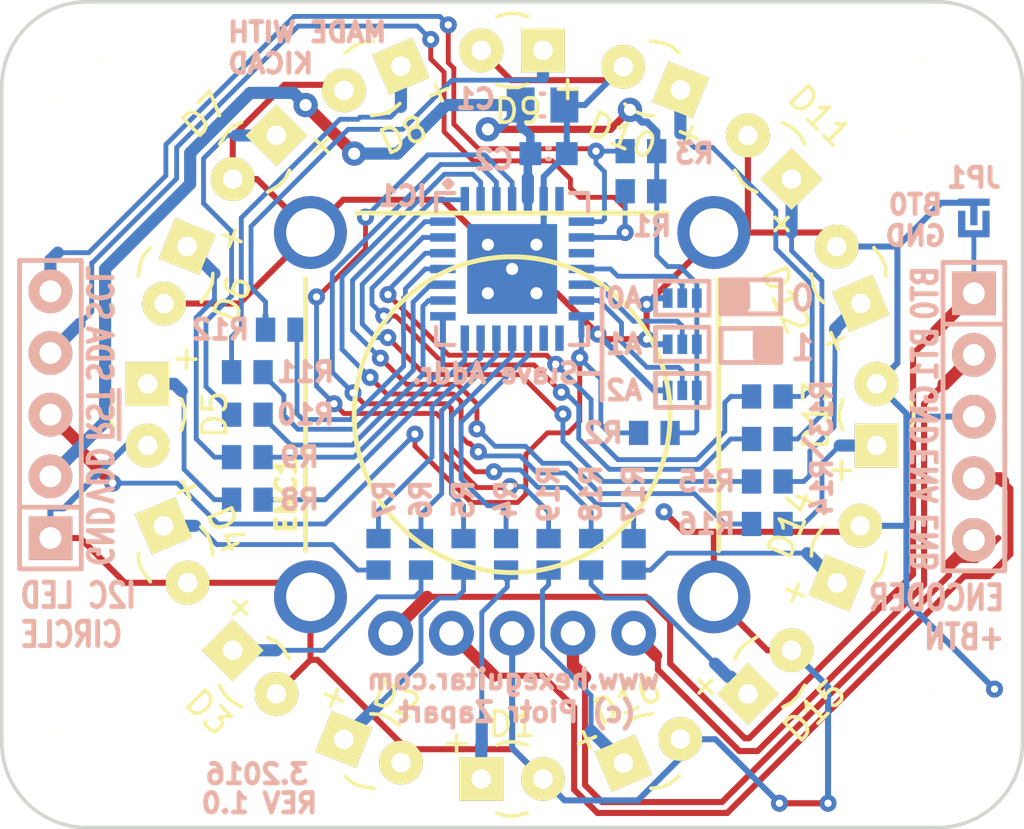
<source format=kicad_pcb>
(kicad_pcb (version 20171130) (host pcbnew "(5.1.12)-1")

  (general
    (thickness 1.6)
    (drawings 126)
    (tracks 683)
    (zones 0)
    (modules 58)
    (nets 45)
  )

  (page A4)
  (layers
    (0 F.Cu signal)
    (31 B.Cu signal)
    (32 B.Adhes user hide)
    (33 F.Adhes user hide)
    (34 B.Paste user hide)
    (35 F.Paste user hide)
    (36 B.SilkS user hide)
    (37 F.SilkS user hide)
    (38 B.Mask user hide)
    (39 F.Mask user hide)
    (40 Dwgs.User user hide)
    (41 Cmts.User user hide)
    (42 Eco1.User user hide)
    (43 Eco2.User user hide)
    (44 Edge.Cuts user)
    (45 Margin user hide)
    (46 B.CrtYd user hide)
    (47 F.CrtYd user hide)
    (48 B.Fab user hide)
    (49 F.Fab user hide)
  )

  (setup
    (last_trace_width 0.25)
    (user_trace_width 0.2)
    (user_trace_width 0.25)
    (user_trace_width 0.5)
    (trace_clearance 0.2)
    (zone_clearance 0.508)
    (zone_45_only no)
    (trace_min 0.2)
    (via_size 0.7)
    (via_drill 0.3)
    (via_min_size 0.4)
    (via_min_drill 0.3)
    (uvia_size 0.3)
    (uvia_drill 0.1)
    (uvias_allowed no)
    (uvia_min_size 0.2)
    (uvia_min_drill 0.1)
    (edge_width 0.15)
    (segment_width 0.15)
    (pcb_text_width 0.3)
    (pcb_text_size 1.5 1.5)
    (mod_edge_width 0.15)
    (mod_text_size 1 1)
    (mod_text_width 0.15)
    (pad_size 3.7 3.7)
    (pad_drill 0)
    (pad_to_mask_clearance 0.2)
    (aux_axis_origin 0 0)
    (visible_elements 7FFFFF7F)
    (pcbplotparams
      (layerselection 0x31930_80000001)
      (usegerberextensions false)
      (usegerberattributes true)
      (usegerberadvancedattributes true)
      (creategerberjobfile true)
      (excludeedgelayer true)
      (linewidth 0.200000)
      (plotframeref false)
      (viasonmask false)
      (mode 1)
      (useauxorigin false)
      (hpglpennumber 1)
      (hpglpenspeed 20)
      (hpglpendiameter 15.000000)
      (psnegative false)
      (psa4output false)
      (plotreference true)
      (plotvalue true)
      (plotinvisibletext false)
      (padsonsilk false)
      (subtractmaskfromsilk false)
      (outputformat 4)
      (mirror false)
      (drillshape 2)
      (scaleselection 1)
      (outputdirectory "I:/Electronics/Projects/Hardware/Gerbers/EncLed/"))
  )

  (net 0 "")
  (net 1 /VDD)
  (net 2 GND)
  (net 3 "Net-(D1-Pad1)")
  (net 4 "Net-(D2-Pad1)")
  (net 5 "Net-(D3-Pad1)")
  (net 6 "Net-(D4-Pad1)")
  (net 7 "Net-(D5-Pad1)")
  (net 8 "Net-(D6-Pad1)")
  (net 9 "Net-(D7-Pad1)")
  (net 10 "Net-(D8-Pad1)")
  (net 11 "Net-(D9-Pad1)")
  (net 12 "Net-(D10-Pad1)")
  (net 13 "Net-(D11-Pad1)")
  (net 14 "Net-(D12-Pad1)")
  (net 15 "Net-(D13-Pad1)")
  (net 16 "Net-(D14-Pad1)")
  (net 17 "Net-(D15-Pad1)")
  (net 18 "Net-(D16-Pad1)")
  (net 19 /ENC_B)
  (net 20 /BTN1)
  (net 21 /ENC_A)
  (net 22 /BTN0)
  (net 23 /LED12)
  (net 24 /LED13)
  (net 25 /LED14)
  (net 26 /LED15)
  (net 27 /SCL)
  (net 28 "Net-(IC1-Pad11)")
  (net 29 "Net-(IC1-Pad12)")
  (net 30 "Net-(IC1-Pad13)")
  (net 31 /~RESET)
  (net 32 /LED0)
  (net 33 /LED1)
  (net 34 /LED2)
  (net 35 /LED3)
  (net 36 /LED4)
  (net 37 /LED5)
  (net 38 /LED6)
  (net 39 /LED7)
  (net 40 /LED8)
  (net 41 /LED9)
  (net 42 /LED10)
  (net 43 /LED11)
  (net 44 /SDA)

  (net_class Default "This is the default net class."
    (clearance 0.2)
    (trace_width 0.25)
    (via_dia 0.7)
    (via_drill 0.3)
    (uvia_dia 0.3)
    (uvia_drill 0.1)
    (add_net /BTN0)
    (add_net /BTN1)
    (add_net /ENC_A)
    (add_net /ENC_B)
    (add_net /LED0)
    (add_net /LED1)
    (add_net /LED10)
    (add_net /LED11)
    (add_net /LED12)
    (add_net /LED13)
    (add_net /LED14)
    (add_net /LED15)
    (add_net /LED2)
    (add_net /LED3)
    (add_net /LED4)
    (add_net /LED5)
    (add_net /LED6)
    (add_net /LED7)
    (add_net /LED8)
    (add_net /LED9)
    (add_net /SCL)
    (add_net /SDA)
    (add_net /~RESET)
    (add_net GND)
    (add_net "Net-(D1-Pad1)")
    (add_net "Net-(D10-Pad1)")
    (add_net "Net-(D11-Pad1)")
    (add_net "Net-(D12-Pad1)")
    (add_net "Net-(D13-Pad1)")
    (add_net "Net-(D14-Pad1)")
    (add_net "Net-(D15-Pad1)")
    (add_net "Net-(D16-Pad1)")
    (add_net "Net-(D2-Pad1)")
    (add_net "Net-(D3-Pad1)")
    (add_net "Net-(D4-Pad1)")
    (add_net "Net-(D5-Pad1)")
    (add_net "Net-(D6-Pad1)")
    (add_net "Net-(D7-Pad1)")
    (add_net "Net-(D8-Pad1)")
    (add_net "Net-(D9-Pad1)")
    (add_net "Net-(IC1-Pad11)")
    (add_net "Net-(IC1-Pad12)")
    (add_net "Net-(IC1-Pad13)")
  )

  (net_class PWR ""
    (clearance 0.2)
    (trace_width 0.5)
    (via_dia 1)
    (via_drill 0.5)
    (uvia_dia 0.3)
    (uvia_drill 0.1)
    (add_net /VDD)
  )

  (module H_vias:Via0703_GND (layer F.Cu) (tedit 56EB0C61) (tstamp 56EDCD56)
    (at 136.25 88)
    (fp_text reference Via0703_GND_9 (at 0.00508 -0.42164) (layer Eco2.User) hide
      (effects (font (size 0.127 0.127) (thickness 0.01)))
    )
    (fp_text value VAL** (at 0.03556 0.44196) (layer F.Fab) hide
      (effects (font (size 0.127 0.127) (thickness 0.01)))
    )
    (pad 1 thru_hole circle (at 0 0) (size 0.7 0.7) (drill 0.3) (layers *.Cu)
      (net 2 GND) (zone_connect 2))
  )

  (module H_vias:Via0703_GND (layer F.Cu) (tedit 56EB0D31) (tstamp 56EDCC7B)
    (at 130 78)
    (fp_text reference Via0703_GND_8 (at 0.00508 -0.42164) (layer F.Fab) hide
      (effects (font (size 0.127 0.127) (thickness 0.01)))
    )
    (fp_text value VAL** (at 0.03556 0.44196) (layer F.Fab) hide
      (effects (font (size 0.127 0.127) (thickness 0.01)))
    )
    (pad 1 thru_hole circle (at 0 0) (size 0.7 0.7) (drill 0.5) (layers *.Cu)
      (net 2 GND) (zone_connect 2))
  )

  (module H_vias:Via0703_GND (layer F.Cu) (tedit 56EB0D31) (tstamp 56EDCC77)
    (at 129 79)
    (fp_text reference Via0703_GND_7 (at 0.00508 -0.42164) (layer F.Fab) hide
      (effects (font (size 0.127 0.127) (thickness 0.01)))
    )
    (fp_text value VAL** (at 0.03556 0.44196) (layer F.Fab) hide
      (effects (font (size 0.127 0.127) (thickness 0.01)))
    )
    (pad 1 thru_hole circle (at 0 0) (size 0.7 0.7) (drill 0.5) (layers *.Cu)
      (net 2 GND) (zone_connect 2))
  )

  (module H_vias:Via0703_GND (layer F.Cu) (tedit 56EB0D31) (tstamp 56EDCC73)
    (at 131 79)
    (fp_text reference Via0703_GND_6 (at 0.00508 -0.42164) (layer F.Fab) hide
      (effects (font (size 0.127 0.127) (thickness 0.01)))
    )
    (fp_text value VAL** (at 0.03556 0.44196) (layer F.Fab) hide
      (effects (font (size 0.127 0.127) (thickness 0.01)))
    )
    (pad 1 thru_hole circle (at 0 0) (size 0.7 0.7) (drill 0.5) (layers *.Cu)
      (net 2 GND) (zone_connect 2))
  )

  (module H_vias:Via0703_GND (layer F.Cu) (tedit 56EB0D31) (tstamp 56EDCC6F)
    (at 131 77)
    (fp_text reference Via0703_GND_5 (at 0.00508 -0.42164) (layer F.Fab) hide
      (effects (font (size 0.127 0.127) (thickness 0.01)))
    )
    (fp_text value VAL** (at 0.03556 0.44196) (layer F.Fab) hide
      (effects (font (size 0.127 0.127) (thickness 0.01)))
    )
    (pad 1 thru_hole circle (at 0 0) (size 0.7 0.7) (drill 0.5) (layers *.Cu)
      (net 2 GND) (zone_connect 2))
  )

  (module H_vias:Via0703_GND (layer F.Cu) (tedit 56EB0C61) (tstamp 56EDCBE1)
    (at 149.85 95.3)
    (fp_text reference Via0703_GND_4 (at 0.00508 -0.42164) (layer Eco2.User) hide
      (effects (font (size 0.127 0.127) (thickness 0.01)))
    )
    (fp_text value VAL** (at 0.03556 0.44196) (layer F.Fab) hide
      (effects (font (size 0.127 0.127) (thickness 0.01)))
    )
    (pad 1 thru_hole circle (at 0 0) (size 0.7 0.7) (drill 0.3) (layers *.Cu)
      (net 2 GND) (zone_connect 2))
  )

  (module H_vias:Via0703_GND (layer F.Cu) (tedit 56EB0C81) (tstamp 56EDCBDD)
    (at 143 100)
    (fp_text reference Via0703_GND_3 (at 0.00508 -0.42164) (layer Eco2.User) hide
      (effects (font (size 0.127 0.127) (thickness 0.01)))
    )
    (fp_text value VAL** (at 0.03556 0.44196) (layer F.Fab) hide
      (effects (font (size 0.127 0.127) (thickness 0.01)))
    )
    (pad 1 thru_hole circle (at 0 0) (size 0.7 0.7) (drill 0.3) (layers *.Cu)
      (net 2 GND) (zone_connect 2))
  )

  (module H_vias:Via0703_GND (layer F.Cu) (tedit 56EB0C79) (tstamp 56EDCBD9)
    (at 141 100)
    (fp_text reference Via0703_GND_2 (at 0.00508 -0.42164) (layer Eco2.User) hide
      (effects (font (size 0.127 0.127) (thickness 0.01)))
    )
    (fp_text value VAL** (at 0.03556 0.44196) (layer F.Fab) hide
      (effects (font (size 0.127 0.127) (thickness 0.01)))
    )
    (pad 1 thru_hole circle (at 0 0) (size 0.7 0.7) (drill 0.3) (layers *.Cu)
      (net 2 GND) (zone_connect 2))
  )

  (module IPC7351-Nominal:QFN65P600X600X100-29VN (layer B.Cu) (tedit 56EB160D) (tstamp 56EAE34C)
    (at 130 78 270)
    (descr "QFN,0.65mm pitch,square;7 pin X 7 pin,6.00mm X 6.00mm X 1.00mm H (w/thermal tab)")
    (tags "CMS XXX")
    (path /56EAD6C8)
    (attr smd)
    (fp_text reference IC1 (at -3 4.5) (layer B.SilkS)
      (effects (font (size 0.8 0.8) (thickness 0.2)) (justify mirror))
    )
    (fp_text value MCP23017_QFN (at 0 0 270) (layer B.Fab)
      (effects (font (size 1.016 1.016) (thickness 0.2032)) (justify mirror))
    )
    (fp_line (start -3.50774 2.50444) (end -3.63474 2.63144) (layer B.SilkS) (width 0.254))
    (fp_line (start -3.38074 2.63144) (end -3.50774 2.50444) (layer B.SilkS) (width 0.254))
    (fp_line (start -3.50774 2.75844) (end -3.38074 2.63144) (layer B.SilkS) (width 0.254))
    (fp_line (start -3.63474 2.63144) (end -3.50774 2.75844) (layer B.SilkS) (width 0.254))
    (fp_line (start 3.12674 -3.12674) (end 3.12674 -2.37744) (layer B.SilkS) (width 0.1778))
    (fp_line (start 2.37744 -3.12674) (end 3.12674 -3.12674) (layer B.SilkS) (width 0.1778))
    (fp_line (start -3.12674 -3.12674) (end -2.37744 -3.12674) (layer B.SilkS) (width 0.1778))
    (fp_line (start -3.12674 -2.37744) (end -3.12674 -3.12674) (layer B.SilkS) (width 0.1778))
    (fp_line (start 3.12674 3.12674) (end 3.12674 2.37744) (layer B.SilkS) (width 0.1778))
    (fp_line (start 2.37744 3.12674) (end 3.12674 3.12674) (layer B.SilkS) (width 0.1778))
    (fp_line (start -3.12674 3.12674) (end -2.37744 3.12674) (layer B.SilkS) (width 0.1778))
    (fp_line (start -3.12674 2.37744) (end -3.12674 3.12674) (layer B.SilkS) (width 0.1778))
    (pad 1 smd rect (at -2.84988 1.94818 270) (size 1.04902 0.34798) (layers B.Cu B.Paste B.Mask)
      (net 23 /LED12))
    (pad 2 smd rect (at -2.84988 1.29794 270) (size 1.04902 0.34798) (layers B.Cu B.Paste B.Mask)
      (net 24 /LED13))
    (pad 3 smd rect (at -2.84988 0.6477 270) (size 1.04902 0.34798) (layers B.Cu B.Paste B.Mask)
      (net 25 /LED14))
    (pad 4 smd rect (at -2.84988 0 270) (size 1.04902 0.34798) (layers B.Cu B.Paste B.Mask)
      (net 26 /LED15))
    (pad 5 smd rect (at -2.84988 -0.6477 270) (size 1.04902 0.34798) (layers B.Cu B.Paste B.Mask)
      (net 1 /VDD))
    (pad 6 smd rect (at -2.84988 -1.29794 270) (size 1.04902 0.34798) (layers B.Cu B.Paste B.Mask)
      (net 2 GND))
    (pad 7 smd rect (at -2.84988 -1.94818 270) (size 1.04902 0.34798) (layers B.Cu B.Paste B.Mask))
    (pad 8 smd rect (at -1.94818 -2.84988 270) (size 0.34798 1.04902) (layers B.Cu B.Paste B.Mask)
      (net 27 /SCL))
    (pad 9 smd rect (at -1.29794 -2.84988 270) (size 0.34798 1.04902) (layers B.Cu B.Paste B.Mask)
      (net 44 /SDA))
    (pad 10 smd rect (at -0.6477 -2.84988 270) (size 0.34798 1.04902) (layers B.Cu B.Paste B.Mask))
    (pad 11 smd rect (at 0 -2.84988 270) (size 0.34798 1.04902) (layers B.Cu B.Paste B.Mask)
      (net 28 "Net-(IC1-Pad11)"))
    (pad 12 smd rect (at 0.6477 -2.84988 270) (size 0.34798 1.04902) (layers B.Cu B.Paste B.Mask)
      (net 29 "Net-(IC1-Pad12)"))
    (pad 13 smd rect (at 1.29794 -2.84988 270) (size 0.34798 1.04902) (layers B.Cu B.Paste B.Mask)
      (net 30 "Net-(IC1-Pad13)"))
    (pad 14 smd rect (at 1.94818 -2.84988 270) (size 0.34798 1.04902) (layers B.Cu B.Paste B.Mask)
      (net 31 /~RESET))
    (pad 15 smd rect (at 2.84988 -1.94818 270) (size 1.04902 0.34798) (layers B.Cu B.Paste B.Mask))
    (pad 16 smd rect (at 2.84988 -1.29794 270) (size 1.04902 0.34798) (layers B.Cu B.Paste B.Mask))
    (pad 17 smd rect (at 2.84988 -0.6477 270) (size 1.04902 0.34798) (layers B.Cu B.Paste B.Mask)
      (net 32 /LED0))
    (pad 18 smd rect (at 2.84988 0 270) (size 1.04902 0.34798) (layers B.Cu B.Paste B.Mask)
      (net 33 /LED1))
    (pad 19 smd rect (at 2.84988 0.6477 270) (size 1.04902 0.34798) (layers B.Cu B.Paste B.Mask)
      (net 34 /LED2))
    (pad 20 smd rect (at 2.84988 1.29794 270) (size 1.04902 0.34798) (layers B.Cu B.Paste B.Mask)
      (net 35 /LED3))
    (pad 21 smd rect (at 2.84988 1.94818 270) (size 1.04902 0.34798) (layers B.Cu B.Paste B.Mask)
      (net 36 /LED4))
    (pad 22 smd rect (at 1.94818 2.84988 270) (size 0.34798 1.04902) (layers B.Cu B.Paste B.Mask)
      (net 37 /LED5))
    (pad 23 smd rect (at 1.29794 2.84988 270) (size 0.34798 1.04902) (layers B.Cu B.Paste B.Mask)
      (net 38 /LED6))
    (pad 24 smd rect (at 0.6477 2.84988 270) (size 0.34798 1.04902) (layers B.Cu B.Paste B.Mask)
      (net 39 /LED7))
    (pad 25 smd rect (at 0 2.84988 270) (size 0.34798 1.04902) (layers B.Cu B.Paste B.Mask)
      (net 40 /LED8))
    (pad 26 smd rect (at -0.6477 2.84988 270) (size 0.34798 1.04902) (layers B.Cu B.Paste B.Mask)
      (net 41 /LED9))
    (pad 27 smd rect (at -1.29794 2.84988 270) (size 0.34798 1.04902) (layers B.Cu B.Paste B.Mask)
      (net 42 /LED10))
    (pad 28 smd rect (at -1.94818 2.84988 270) (size 0.34798 1.04902) (layers B.Cu B.Paste B.Mask)
      (net 43 /LED11))
    (pad 29 smd rect (at 0 0 270) (size 3.7 3.7) (layers B.Cu B.Paste B.Mask)
      (net 2 GND))
    (model Housings_DFN_QFN.3dshapes/QFN-28-1EP_6x6mm_Pitch0.65mm.wrl
      (at (xyz 0 0 0))
      (scale (xyz 1 1 1))
      (rotate (xyz 0 0 0))
    )
  )

  (module H_smd_passives:CAPC_0805_2012X70N (layer B.Cu) (tedit 55F3DAB9) (tstamp 56EAE232)
    (at 131.25 71.25)
    (descr "Capacitor,non-polarized,Chip;2.00mm L X 1.25mm W X 0.70mm H")
    (tags "CMS XXX")
    (path /56EC49F2)
    (attr smd)
    (fp_text reference C1 (at -2.75 -0.25) (layer B.SilkS)
      (effects (font (size 0.8 0.8) (thickness 0.2)) (justify mirror))
    )
    (fp_text value 10µ (at 0 0) (layer B.Fab)
      (effects (font (size 0.8 0.8) (thickness 0.2)) (justify mirror))
    )
    (fp_line (start 0.06858 0.4699) (end -0.06858 0.4699) (layer B.SilkS) (width 0.1778))
    (fp_line (start -0.06858 0.4699) (end 0.06858 0.4699) (layer B.SilkS) (width 0.1778))
    (fp_line (start 0.06858 -0.4699) (end -0.06858 -0.4699) (layer B.SilkS) (width 0.1778))
    (fp_line (start -0.06858 -0.4699) (end 0.06858 -0.4699) (layer B.SilkS) (width 0.1778))
    (pad 1 smd rect (at -0.89916 0) (size 1.14808 1.4478) (layers B.Cu B.Paste B.Mask)
      (net 1 /VDD))
    (pad 2 smd rect (at 0.89916 0) (size 1.14808 1.4478) (layers B.Cu B.Paste B.Mask)
      (net 2 GND))
    (model Capacitors_SMD.3dshapes/C_0805_HandSoldering.wrl
      (at (xyz 0 0 0))
      (scale (xyz 1 1 1))
      (rotate (xyz 0 0 0))
    )
  )

  (module H_smd_passives:CAPC_0603_1608X55N (layer B.Cu) (tedit 55F3DA8C) (tstamp 56EAE23C)
    (at 131.5 73.25)
    (descr "Capacitor,non-polarized,Chip;1.60mm L X 0.80mm W X 0.55mm H")
    (tags "CMS XXX")
    (path /56EC4811)
    (attr smd)
    (fp_text reference C2 (at -2.25 0.25) (layer B.SilkS)
      (effects (font (size 0.8 0.8) (thickness 0.2)) (justify mirror))
    )
    (fp_text value 100n (at 0 0) (layer B.Fab)
      (effects (font (size 0.8 0.8) (thickness 0.2)) (justify mirror))
    )
    (fp_line (start 0.04572 0.22098) (end -0.04572 0.22098) (layer B.SilkS) (width 0.1778))
    (fp_line (start -0.04572 0.22098) (end 0.04572 0.22098) (layer B.SilkS) (width 0.1778))
    (fp_line (start 0.04572 -0.22098) (end -0.04572 -0.22098) (layer B.SilkS) (width 0.1778))
    (fp_line (start -0.04572 -0.22098) (end 0.04572 -0.22098) (layer B.SilkS) (width 0.1778))
    (pad 1 smd rect (at -0.7493 0) (size 0.89916 0.94996) (layers B.Cu B.Paste B.Mask)
      (net 1 /VDD))
    (pad 2 smd rect (at 0.7493 0) (size 0.89916 0.94996) (layers B.Cu B.Paste B.Mask)
      (net 2 GND))
    (model Capacitors_SMD.3dshapes/C_0603.wrl
      (at (xyz 0 0 0))
      (scale (xyz 1 1 1))
      (rotate (xyz 0 0 0))
    )
  )

  (module H_LEDs:Diode_LED_3mm_round_vertical (layer F.Cu) (tedit 55EC403F) (tstamp 56EAE249)
    (at 130 99)
    (descr "Leuchtdiode, LED, 3mm, round, rund,  vertical,")
    (tags "Leuchtdiode, LED,  3mm, round, rund,  vertical,")
    (path /56EABE12)
    (fp_text reference D1 (at 0 -2.25) (layer F.SilkS)
      (effects (font (size 1 1) (thickness 0.15)))
    )
    (fp_text value LED (at 0 2.25) (layer F.Fab)
      (effects (font (size 1 1) (thickness 0.15)))
    )
    (fp_line (start 0.127 -1.524) (end 0.635 -1.397) (layer F.SilkS) (width 0.15))
    (fp_line (start -0.254 -1.524) (end 0.127 -1.524) (layer F.SilkS) (width 0.15))
    (fp_line (start -0.635 -1.397) (end -0.254 -1.524) (layer F.SilkS) (width 0.15))
    (fp_line (start 0.127 1.524) (end 0.635 1.397) (layer F.SilkS) (width 0.15))
    (fp_line (start -0.254 1.524) (end 0.127 1.524) (layer F.SilkS) (width 0.15))
    (fp_line (start -0.635 1.397) (end -0.254 1.524) (layer F.SilkS) (width 0.15))
    (fp_text user + (at -2.286 -1.524) (layer F.SilkS)
      (effects (font (size 1 1) (thickness 0.15)))
    )
    (pad 1 thru_hole rect (at -1.27 0 90) (size 1.8 1.8) (drill 0.8) (layers *.Cu *.Mask F.SilkS)
      (net 3 "Net-(D1-Pad1)"))
    (pad 2 thru_hole circle (at 1.27 0) (size 1.8 1.8) (drill 0.8) (layers *.Cu *.Mask F.SilkS)
      (net 2 GND))
    (model I:/Electronics/Projects/Hardware/kicad_libs/3d_models/leds/led_3mm_clear.wrl
      (at (xyz 0 0 0))
      (scale (xyz 1 1 1))
      (rotate (xyz 0 0 270))
    )
  )

  (module H_LEDs:Diode_LED_3mm_round_vertical (layer F.Cu) (tedit 55EC403F) (tstamp 56EAE256)
    (at 124.25 97.85 338)
    (descr "Leuchtdiode, LED, 3mm, round, rund,  vertical,")
    (tags "Leuchtdiode, LED,  3mm, round, rund,  vertical,")
    (path /56EAE065)
    (fp_text reference D2 (at 0.120244 -2.32283 338) (layer F.SilkS)
      (effects (font (size 1 1) (thickness 0.15)))
    )
    (fp_text value LED (at 0 2.25 338) (layer F.Fab)
      (effects (font (size 1 1) (thickness 0.15)))
    )
    (fp_line (start 0.127 -1.524) (end 0.635 -1.397) (layer F.SilkS) (width 0.15))
    (fp_line (start -0.254 -1.524) (end 0.127 -1.524) (layer F.SilkS) (width 0.15))
    (fp_line (start -0.635 -1.397) (end -0.254 -1.524) (layer F.SilkS) (width 0.15))
    (fp_line (start 0.127 1.524) (end 0.635 1.397) (layer F.SilkS) (width 0.15))
    (fp_line (start -0.254 1.524) (end 0.127 1.524) (layer F.SilkS) (width 0.15))
    (fp_line (start -0.635 1.397) (end -0.254 1.524) (layer F.SilkS) (width 0.15))
    (fp_text user + (at -2.286 -1.524 338) (layer F.SilkS)
      (effects (font (size 1 1) (thickness 0.15)))
    )
    (pad 1 thru_hole rect (at -1.27 0 68) (size 1.8 1.8) (drill 0.8) (layers *.Cu *.Mask F.SilkS)
      (net 4 "Net-(D2-Pad1)"))
    (pad 2 thru_hole circle (at 1.27 0 338) (size 1.8 1.8) (drill 0.8) (layers *.Cu *.Mask F.SilkS)
      (net 2 GND))
    (model I:/Electronics/Projects/Hardware/kicad_libs/3d_models/leds/led_3mm_clear.wrl
      (at (xyz 0 0 0))
      (scale (xyz 1 1 1))
      (rotate (xyz 0 0 270))
    )
  )

  (module H_LEDs:Diode_LED_3mm_round_vertical (layer F.Cu) (tedit 55EC403F) (tstamp 56EAE263)
    (at 119.4 94.6 315)
    (descr "Leuchtdiode, LED, 3mm, round, rund,  vertical,")
    (tags "Leuchtdiode, LED,  3mm, round, rund,  vertical,")
    (path /56EAE123)
    (fp_text reference D3 (at -0.176777 2.510229 315) (layer F.SilkS)
      (effects (font (size 1 1) (thickness 0.15)))
    )
    (fp_text value LED (at 0 2.25 315) (layer F.Fab)
      (effects (font (size 1 1) (thickness 0.15)))
    )
    (fp_line (start 0.127 -1.524) (end 0.635 -1.397) (layer F.SilkS) (width 0.15))
    (fp_line (start -0.254 -1.524) (end 0.127 -1.524) (layer F.SilkS) (width 0.15))
    (fp_line (start -0.635 -1.397) (end -0.254 -1.524) (layer F.SilkS) (width 0.15))
    (fp_line (start 0.127 1.524) (end 0.635 1.397) (layer F.SilkS) (width 0.15))
    (fp_line (start -0.254 1.524) (end 0.127 1.524) (layer F.SilkS) (width 0.15))
    (fp_line (start -0.635 1.397) (end -0.254 1.524) (layer F.SilkS) (width 0.15))
    (fp_text user + (at -2.286 -1.524 315) (layer F.SilkS)
      (effects (font (size 1 1) (thickness 0.15)))
    )
    (pad 1 thru_hole rect (at -1.27 0 45) (size 1.8 1.8) (drill 0.8) (layers *.Cu *.Mask F.SilkS)
      (net 5 "Net-(D3-Pad1)"))
    (pad 2 thru_hole circle (at 1.27 0 315) (size 1.8 1.8) (drill 0.8) (layers *.Cu *.Mask F.SilkS)
      (net 2 GND))
    (model I:/Electronics/Projects/Hardware/kicad_libs/3d_models/leds/led_3mm_clear.wrl
      (at (xyz 0 0 0))
      (scale (xyz 1 1 1))
      (rotate (xyz 0 0 270))
    )
  )

  (module H_LEDs:Diode_LED_3mm_round_vertical (layer F.Cu) (tedit 55EC403F) (tstamp 56EAE270)
    (at 116.15 89.75 293)
    (descr "Leuchtdiode, LED, 3mm, round, rund,  vertical,")
    (tags "Leuchtdiode, LED,  3mm, round, rund,  vertical,")
    (path /56EAE129)
    (fp_text reference D4 (at -0.120244 -2.32283 293) (layer F.SilkS)
      (effects (font (size 1 1) (thickness 0.15)))
    )
    (fp_text value LED (at 0 2.25 293) (layer F.Fab)
      (effects (font (size 1 1) (thickness 0.15)))
    )
    (fp_line (start 0.127 -1.524) (end 0.635 -1.397) (layer F.SilkS) (width 0.15))
    (fp_line (start -0.254 -1.524) (end 0.127 -1.524) (layer F.SilkS) (width 0.15))
    (fp_line (start -0.635 -1.397) (end -0.254 -1.524) (layer F.SilkS) (width 0.15))
    (fp_line (start 0.127 1.524) (end 0.635 1.397) (layer F.SilkS) (width 0.15))
    (fp_line (start -0.254 1.524) (end 0.127 1.524) (layer F.SilkS) (width 0.15))
    (fp_line (start -0.635 1.397) (end -0.254 1.524) (layer F.SilkS) (width 0.15))
    (fp_text user + (at -2.286 -1.524 293) (layer F.SilkS)
      (effects (font (size 1 1) (thickness 0.15)))
    )
    (pad 1 thru_hole rect (at -1.27 0 23) (size 1.8 1.8) (drill 0.8) (layers *.Cu *.Mask F.SilkS)
      (net 6 "Net-(D4-Pad1)"))
    (pad 2 thru_hole circle (at 1.27 0 293) (size 1.8 1.8) (drill 0.8) (layers *.Cu *.Mask F.SilkS)
      (net 2 GND))
    (model I:/Electronics/Projects/Hardware/kicad_libs/3d_models/leds/led_3mm_clear.wrl
      (at (xyz 0 0 0))
      (scale (xyz 1 1 1))
      (rotate (xyz 0 0 270))
    )
  )

  (module H_LEDs:Diode_LED_3mm_round_vertical (layer F.Cu) (tedit 55EC403F) (tstamp 56EAE27D)
    (at 115 84 270)
    (descr "Leuchtdiode, LED, 3mm, round, rund,  vertical,")
    (tags "Leuchtdiode, LED,  3mm, round, rund,  vertical,")
    (path /56EAE73F)
    (fp_text reference D5 (at 0 -2.75 270) (layer F.SilkS)
      (effects (font (size 1 1) (thickness 0.15)))
    )
    (fp_text value LED (at 0 2.25 270) (layer F.Fab)
      (effects (font (size 1 1) (thickness 0.15)))
    )
    (fp_line (start 0.127 -1.524) (end 0.635 -1.397) (layer F.SilkS) (width 0.15))
    (fp_line (start -0.254 -1.524) (end 0.127 -1.524) (layer F.SilkS) (width 0.15))
    (fp_line (start -0.635 -1.397) (end -0.254 -1.524) (layer F.SilkS) (width 0.15))
    (fp_line (start 0.127 1.524) (end 0.635 1.397) (layer F.SilkS) (width 0.15))
    (fp_line (start -0.254 1.524) (end 0.127 1.524) (layer F.SilkS) (width 0.15))
    (fp_line (start -0.635 1.397) (end -0.254 1.524) (layer F.SilkS) (width 0.15))
    (fp_text user + (at -2.286 -1.524 270) (layer F.SilkS)
      (effects (font (size 1 1) (thickness 0.15)))
    )
    (pad 1 thru_hole rect (at -1.27 0) (size 1.8 1.8) (drill 0.8) (layers *.Cu *.Mask F.SilkS)
      (net 7 "Net-(D5-Pad1)"))
    (pad 2 thru_hole circle (at 1.27 0 270) (size 1.8 1.8) (drill 0.8) (layers *.Cu *.Mask F.SilkS)
      (net 2 GND))
    (model I:/Electronics/Projects/Hardware/kicad_libs/3d_models/leds/led_3mm_clear.wrl
      (at (xyz 0 0 0))
      (scale (xyz 1 1 1))
      (rotate (xyz 0 0 270))
    )
  )

  (module H_LEDs:Diode_LED_3mm_round_vertical (layer F.Cu) (tedit 55EC403F) (tstamp 56EAE28A)
    (at 116.15 78.25 248)
    (descr "Leuchtdiode, LED, 3mm, round, rund,  vertical,")
    (tags "Leuchtdiode, LED,  3mm, round, rund,  vertical,")
    (path /56EAE745)
    (fp_text reference D6 (at 0.024573 -2.5538 248) (layer F.SilkS)
      (effects (font (size 1 1) (thickness 0.15)))
    )
    (fp_text value LED (at 0 2.25 248) (layer F.Fab)
      (effects (font (size 1 1) (thickness 0.15)))
    )
    (fp_line (start 0.127 -1.524) (end 0.635 -1.397) (layer F.SilkS) (width 0.15))
    (fp_line (start -0.254 -1.524) (end 0.127 -1.524) (layer F.SilkS) (width 0.15))
    (fp_line (start -0.635 -1.397) (end -0.254 -1.524) (layer F.SilkS) (width 0.15))
    (fp_line (start 0.127 1.524) (end 0.635 1.397) (layer F.SilkS) (width 0.15))
    (fp_line (start -0.254 1.524) (end 0.127 1.524) (layer F.SilkS) (width 0.15))
    (fp_line (start -0.635 1.397) (end -0.254 1.524) (layer F.SilkS) (width 0.15))
    (fp_text user + (at -2.286 -1.524 248) (layer F.SilkS)
      (effects (font (size 1 1) (thickness 0.15)))
    )
    (pad 1 thru_hole rect (at -1.27 0 338) (size 1.8 1.8) (drill 0.8) (layers *.Cu *.Mask F.SilkS)
      (net 8 "Net-(D6-Pad1)"))
    (pad 2 thru_hole circle (at 1.27 0 248) (size 1.8 1.8) (drill 0.8) (layers *.Cu *.Mask F.SilkS)
      (net 2 GND))
    (model I:/Electronics/Projects/Hardware/kicad_libs/3d_models/leds/led_3mm_clear.wrl
      (at (xyz 0 0 0))
      (scale (xyz 1 1 1))
      (rotate (xyz 0 0 270))
    )
  )

  (module H_LEDs:Diode_LED_3mm_round_vertical (layer F.Cu) (tedit 55EC403F) (tstamp 56EAE297)
    (at 119.4 73.4 225)
    (descr "Leuchtdiode, LED, 3mm, round, rund,  vertical,")
    (tags "Leuchtdiode, LED,  3mm, round, rund,  vertical,")
    (path /56EAE74B)
    (fp_text reference D7 (at 0.212132 2.687006 225) (layer F.SilkS)
      (effects (font (size 1 1) (thickness 0.15)))
    )
    (fp_text value LED (at 0 2.25 225) (layer F.Fab)
      (effects (font (size 1 1) (thickness 0.15)))
    )
    (fp_line (start 0.127 -1.524) (end 0.635 -1.397) (layer F.SilkS) (width 0.15))
    (fp_line (start -0.254 -1.524) (end 0.127 -1.524) (layer F.SilkS) (width 0.15))
    (fp_line (start -0.635 -1.397) (end -0.254 -1.524) (layer F.SilkS) (width 0.15))
    (fp_line (start 0.127 1.524) (end 0.635 1.397) (layer F.SilkS) (width 0.15))
    (fp_line (start -0.254 1.524) (end 0.127 1.524) (layer F.SilkS) (width 0.15))
    (fp_line (start -0.635 1.397) (end -0.254 1.524) (layer F.SilkS) (width 0.15))
    (fp_text user + (at -2.286 -1.524 225) (layer F.SilkS)
      (effects (font (size 1 1) (thickness 0.15)))
    )
    (pad 1 thru_hole rect (at -1.27 0 315) (size 1.8 1.8) (drill 0.8) (layers *.Cu *.Mask F.SilkS)
      (net 9 "Net-(D7-Pad1)"))
    (pad 2 thru_hole circle (at 1.27 0 225) (size 1.8 1.8) (drill 0.8) (layers *.Cu *.Mask F.SilkS)
      (net 2 GND))
    (model I:/Electronics/Projects/Hardware/kicad_libs/3d_models/leds/led_3mm_clear.wrl
      (at (xyz 0 0 0))
      (scale (xyz 1 1 1))
      (rotate (xyz 0 0 270))
    )
  )

  (module H_LEDs:Diode_LED_3mm_round_vertical (layer F.Cu) (tedit 55EC403F) (tstamp 56EAE2A4)
    (at 124.25 70.15 203)
    (descr "Leuchtdiode, LED, 3mm, round, rund,  vertical,")
    (tags "Leuchtdiode, LED,  3mm, round, rund,  vertical,")
    (path /56EAE751)
    (fp_text reference D8 (at -0.255543 -2.649471 203) (layer F.SilkS)
      (effects (font (size 1 1) (thickness 0.15)))
    )
    (fp_text value LED (at 0 2.25 203) (layer F.Fab)
      (effects (font (size 1 1) (thickness 0.15)))
    )
    (fp_line (start 0.127 -1.524) (end 0.635 -1.397) (layer F.SilkS) (width 0.15))
    (fp_line (start -0.254 -1.524) (end 0.127 -1.524) (layer F.SilkS) (width 0.15))
    (fp_line (start -0.635 -1.397) (end -0.254 -1.524) (layer F.SilkS) (width 0.15))
    (fp_line (start 0.127 1.524) (end 0.635 1.397) (layer F.SilkS) (width 0.15))
    (fp_line (start -0.254 1.524) (end 0.127 1.524) (layer F.SilkS) (width 0.15))
    (fp_line (start -0.635 1.397) (end -0.254 1.524) (layer F.SilkS) (width 0.15))
    (fp_text user + (at -2.286 -1.524 203) (layer F.SilkS)
      (effects (font (size 1 1) (thickness 0.15)))
    )
    (pad 1 thru_hole rect (at -1.27 0 293) (size 1.8 1.8) (drill 0.8) (layers *.Cu *.Mask F.SilkS)
      (net 10 "Net-(D8-Pad1)"))
    (pad 2 thru_hole circle (at 1.27 0 203) (size 1.8 1.8) (drill 0.8) (layers *.Cu *.Mask F.SilkS)
      (net 2 GND))
    (model I:/Electronics/Projects/Hardware/kicad_libs/3d_models/leds/led_3mm_clear.wrl
      (at (xyz 0 0 0))
      (scale (xyz 1 1 1))
      (rotate (xyz 0 0 270))
    )
  )

  (module H_LEDs:Diode_LED_3mm_round_vertical (layer F.Cu) (tedit 55EC403F) (tstamp 56EAE2B1)
    (at 130 69 180)
    (descr "Leuchtdiode, LED, 3mm, round, rund,  vertical,")
    (tags "Leuchtdiode, LED,  3mm, round, rund,  vertical,")
    (path /56EAF0CB)
    (fp_text reference D9 (at -0.25 -2.5 180) (layer F.SilkS)
      (effects (font (size 1 1) (thickness 0.15)))
    )
    (fp_text value LED (at 0 2.25 180) (layer F.Fab)
      (effects (font (size 1 1) (thickness 0.15)))
    )
    (fp_line (start 0.127 -1.524) (end 0.635 -1.397) (layer F.SilkS) (width 0.15))
    (fp_line (start -0.254 -1.524) (end 0.127 -1.524) (layer F.SilkS) (width 0.15))
    (fp_line (start -0.635 -1.397) (end -0.254 -1.524) (layer F.SilkS) (width 0.15))
    (fp_line (start 0.127 1.524) (end 0.635 1.397) (layer F.SilkS) (width 0.15))
    (fp_line (start -0.254 1.524) (end 0.127 1.524) (layer F.SilkS) (width 0.15))
    (fp_line (start -0.635 1.397) (end -0.254 1.524) (layer F.SilkS) (width 0.15))
    (fp_text user + (at -2.286 -1.524 180) (layer F.SilkS)
      (effects (font (size 1 1) (thickness 0.15)))
    )
    (pad 1 thru_hole rect (at -1.27 0 270) (size 1.8 1.8) (drill 0.8) (layers *.Cu *.Mask F.SilkS)
      (net 11 "Net-(D9-Pad1)"))
    (pad 2 thru_hole circle (at 1.27 0 180) (size 1.8 1.8) (drill 0.8) (layers *.Cu *.Mask F.SilkS)
      (net 2 GND))
    (model I:/Electronics/Projects/Hardware/kicad_libs/3d_models/leds/led_3mm_clear.wrl
      (at (xyz 0 0 0))
      (scale (xyz 1 1 1))
      (rotate (xyz 0 0 270))
    )
  )

  (module H_LEDs:Diode_LED_3mm_round_vertical (layer F.Cu) (tedit 55EC403F) (tstamp 56EAE2BE)
    (at 135.75 70.15 158)
    (descr "Leuchtdiode, LED, 3mm, round, rund,  vertical,")
    (tags "Leuchtdiode, LED,  3mm, round, rund,  vertical,")
    (path /56EAF0D1)
    (fp_text reference D10 (at 0.255543 -2.649471 158) (layer F.SilkS)
      (effects (font (size 1 1) (thickness 0.15)))
    )
    (fp_text value LED (at 0 2.25 158) (layer F.Fab)
      (effects (font (size 1 1) (thickness 0.15)))
    )
    (fp_line (start 0.127 -1.524) (end 0.635 -1.397) (layer F.SilkS) (width 0.15))
    (fp_line (start -0.254 -1.524) (end 0.127 -1.524) (layer F.SilkS) (width 0.15))
    (fp_line (start -0.635 -1.397) (end -0.254 -1.524) (layer F.SilkS) (width 0.15))
    (fp_line (start 0.127 1.524) (end 0.635 1.397) (layer F.SilkS) (width 0.15))
    (fp_line (start -0.254 1.524) (end 0.127 1.524) (layer F.SilkS) (width 0.15))
    (fp_line (start -0.635 1.397) (end -0.254 1.524) (layer F.SilkS) (width 0.15))
    (fp_text user + (at -2.286 -1.524 158) (layer F.SilkS)
      (effects (font (size 1 1) (thickness 0.15)))
    )
    (pad 1 thru_hole rect (at -1.27 0 248) (size 1.8 1.8) (drill 0.8) (layers *.Cu *.Mask F.SilkS)
      (net 12 "Net-(D10-Pad1)"))
    (pad 2 thru_hole circle (at 1.27 0 158) (size 1.8 1.8) (drill 0.8) (layers *.Cu *.Mask F.SilkS)
      (net 2 GND))
    (model I:/Electronics/Projects/Hardware/kicad_libs/3d_models/leds/led_3mm_clear.wrl
      (at (xyz 0 0 0))
      (scale (xyz 1 1 1))
      (rotate (xyz 0 0 270))
    )
  )

  (module H_LEDs:Diode_LED_3mm_round_vertical (layer F.Cu) (tedit 55EC403F) (tstamp 56EAE2CB)
    (at 140.6 73.4 135)
    (descr "Leuchtdiode, LED, 3mm, round, rund,  vertical,")
    (tags "Leuchtdiode, LED,  3mm, round, rund,  vertical,")
    (path /56EAF0D7)
    (fp_text reference D11 (at -0.247487 2.65165 135) (layer F.SilkS)
      (effects (font (size 1 1) (thickness 0.15)))
    )
    (fp_text value LED (at 0 2.25 135) (layer F.Fab)
      (effects (font (size 1 1) (thickness 0.15)))
    )
    (fp_line (start 0.127 -1.524) (end 0.635 -1.397) (layer F.SilkS) (width 0.15))
    (fp_line (start -0.254 -1.524) (end 0.127 -1.524) (layer F.SilkS) (width 0.15))
    (fp_line (start -0.635 -1.397) (end -0.254 -1.524) (layer F.SilkS) (width 0.15))
    (fp_line (start 0.127 1.524) (end 0.635 1.397) (layer F.SilkS) (width 0.15))
    (fp_line (start -0.254 1.524) (end 0.127 1.524) (layer F.SilkS) (width 0.15))
    (fp_line (start -0.635 1.397) (end -0.254 1.524) (layer F.SilkS) (width 0.15))
    (fp_text user + (at -2.286 -1.524 135) (layer F.SilkS)
      (effects (font (size 1 1) (thickness 0.15)))
    )
    (pad 1 thru_hole rect (at -1.27 0 225) (size 1.8 1.8) (drill 0.8) (layers *.Cu *.Mask F.SilkS)
      (net 13 "Net-(D11-Pad1)"))
    (pad 2 thru_hole circle (at 1.27 0 135) (size 1.8 1.8) (drill 0.8) (layers *.Cu *.Mask F.SilkS)
      (net 2 GND))
    (model I:/Electronics/Projects/Hardware/kicad_libs/3d_models/leds/led_3mm_clear.wrl
      (at (xyz 0 0 0))
      (scale (xyz 1 1 1))
      (rotate (xyz 0 0 270))
    )
  )

  (module H_LEDs:Diode_LED_3mm_round_vertical (layer F.Cu) (tedit 55EC403F) (tstamp 56EAE2D8)
    (at 143.85 78.25 113)
    (descr "Leuchtdiode, LED, 3mm, round, rund,  vertical,")
    (tags "Leuchtdiode, LED,  3mm, round, rund,  vertical,")
    (path /56EAF0DD)
    (fp_text reference D12 (at 0.071097 -2.78477 113) (layer F.SilkS)
      (effects (font (size 1 1) (thickness 0.15)))
    )
    (fp_text value LED (at 0 2.25 113) (layer F.Fab)
      (effects (font (size 1 1) (thickness 0.15)))
    )
    (fp_line (start 0.127 -1.524) (end 0.635 -1.397) (layer F.SilkS) (width 0.15))
    (fp_line (start -0.254 -1.524) (end 0.127 -1.524) (layer F.SilkS) (width 0.15))
    (fp_line (start -0.635 -1.397) (end -0.254 -1.524) (layer F.SilkS) (width 0.15))
    (fp_line (start 0.127 1.524) (end 0.635 1.397) (layer F.SilkS) (width 0.15))
    (fp_line (start -0.254 1.524) (end 0.127 1.524) (layer F.SilkS) (width 0.15))
    (fp_line (start -0.635 1.397) (end -0.254 1.524) (layer F.SilkS) (width 0.15))
    (fp_text user + (at -2.286 -1.524 113) (layer F.SilkS)
      (effects (font (size 1 1) (thickness 0.15)))
    )
    (pad 1 thru_hole rect (at -1.27 0 203) (size 1.8 1.8) (drill 0.8) (layers *.Cu *.Mask F.SilkS)
      (net 14 "Net-(D12-Pad1)"))
    (pad 2 thru_hole circle (at 1.27 0 113) (size 1.8 1.8) (drill 0.8) (layers *.Cu *.Mask F.SilkS)
      (net 2 GND))
    (model I:/Electronics/Projects/Hardware/kicad_libs/3d_models/leds/led_3mm_clear.wrl
      (at (xyz 0 0 0))
      (scale (xyz 1 1 1))
      (rotate (xyz 0 0 270))
    )
  )

  (module H_LEDs:Diode_LED_3mm_round_vertical (layer F.Cu) (tedit 55EC403F) (tstamp 56EAE2E5)
    (at 145 84 90)
    (descr "Leuchtdiode, LED, 3mm, round, rund,  vertical,")
    (tags "Leuchtdiode, LED,  3mm, round, rund,  vertical,")
    (path /56EAF0E3)
    (fp_text reference D13 (at 0 -2.5 90) (layer F.SilkS)
      (effects (font (size 1 1) (thickness 0.15)))
    )
    (fp_text value LED (at 0 2.25 90) (layer F.Fab)
      (effects (font (size 1 1) (thickness 0.15)))
    )
    (fp_line (start 0.127 -1.524) (end 0.635 -1.397) (layer F.SilkS) (width 0.15))
    (fp_line (start -0.254 -1.524) (end 0.127 -1.524) (layer F.SilkS) (width 0.15))
    (fp_line (start -0.635 -1.397) (end -0.254 -1.524) (layer F.SilkS) (width 0.15))
    (fp_line (start 0.127 1.524) (end 0.635 1.397) (layer F.SilkS) (width 0.15))
    (fp_line (start -0.254 1.524) (end 0.127 1.524) (layer F.SilkS) (width 0.15))
    (fp_line (start -0.635 1.397) (end -0.254 1.524) (layer F.SilkS) (width 0.15))
    (fp_text user + (at -2.286 -1.524 90) (layer F.SilkS)
      (effects (font (size 1 1) (thickness 0.15)))
    )
    (pad 1 thru_hole rect (at -1.27 0 180) (size 1.8 1.8) (drill 0.8) (layers *.Cu *.Mask F.SilkS)
      (net 15 "Net-(D13-Pad1)"))
    (pad 2 thru_hole circle (at 1.27 0 90) (size 1.8 1.8) (drill 0.8) (layers *.Cu *.Mask F.SilkS)
      (net 2 GND))
    (model I:/Electronics/Projects/Hardware/kicad_libs/3d_models/leds/led_3mm_clear.wrl
      (at (xyz 0 0 0))
      (scale (xyz 1 1 1))
      (rotate (xyz 0 0 270))
    )
  )

  (module H_LEDs:Diode_LED_3mm_round_vertical (layer F.Cu) (tedit 55EC403F) (tstamp 56EAE2F2)
    (at 143.85 89.75 68)
    (descr "Leuchtdiode, LED, 3mm, round, rund,  vertical,")
    (tags "Leuchtdiode, LED,  3mm, round, rund,  vertical,")
    (path /56EAF0E9)
    (fp_text reference D14 (at 0.255543 -2.649471 68) (layer F.SilkS)
      (effects (font (size 1 1) (thickness 0.15)))
    )
    (fp_text value LED (at 0 2.25 68) (layer F.Fab)
      (effects (font (size 1 1) (thickness 0.15)))
    )
    (fp_line (start 0.127 -1.524) (end 0.635 -1.397) (layer F.SilkS) (width 0.15))
    (fp_line (start -0.254 -1.524) (end 0.127 -1.524) (layer F.SilkS) (width 0.15))
    (fp_line (start -0.635 -1.397) (end -0.254 -1.524) (layer F.SilkS) (width 0.15))
    (fp_line (start 0.127 1.524) (end 0.635 1.397) (layer F.SilkS) (width 0.15))
    (fp_line (start -0.254 1.524) (end 0.127 1.524) (layer F.SilkS) (width 0.15))
    (fp_line (start -0.635 1.397) (end -0.254 1.524) (layer F.SilkS) (width 0.15))
    (fp_text user + (at -2.286 -1.524 68) (layer F.SilkS)
      (effects (font (size 1 1) (thickness 0.15)))
    )
    (pad 1 thru_hole rect (at -1.27 0 158) (size 1.8 1.8) (drill 0.8) (layers *.Cu *.Mask F.SilkS)
      (net 16 "Net-(D14-Pad1)"))
    (pad 2 thru_hole circle (at 1.27 0 68) (size 1.8 1.8) (drill 0.8) (layers *.Cu *.Mask F.SilkS)
      (net 2 GND))
    (model I:/Electronics/Projects/Hardware/kicad_libs/3d_models/leds/led_3mm_clear.wrl
      (at (xyz 0 0 0))
      (scale (xyz 1 1 1))
      (rotate (xyz 0 0 270))
    )
  )

  (module H_LEDs:Diode_LED_3mm_round_vertical (layer F.Cu) (tedit 55EC403F) (tstamp 56EAE2FF)
    (at 140.6 94.6 45)
    (descr "Leuchtdiode, LED, 3mm, round, rund,  vertical,")
    (tags "Leuchtdiode, LED,  3mm, round, rund,  vertical,")
    (path /56EAF0EF)
    (fp_text reference D15 (at 0.176777 2.439518 45) (layer F.SilkS)
      (effects (font (size 1 1) (thickness 0.15)))
    )
    (fp_text value LED (at 0 2.25 45) (layer F.Fab)
      (effects (font (size 1 1) (thickness 0.15)))
    )
    (fp_line (start 0.127 -1.524) (end 0.635 -1.397) (layer F.SilkS) (width 0.15))
    (fp_line (start -0.254 -1.524) (end 0.127 -1.524) (layer F.SilkS) (width 0.15))
    (fp_line (start -0.635 -1.397) (end -0.254 -1.524) (layer F.SilkS) (width 0.15))
    (fp_line (start 0.127 1.524) (end 0.635 1.397) (layer F.SilkS) (width 0.15))
    (fp_line (start -0.254 1.524) (end 0.127 1.524) (layer F.SilkS) (width 0.15))
    (fp_line (start -0.635 1.397) (end -0.254 1.524) (layer F.SilkS) (width 0.15))
    (fp_text user + (at -2.286 -1.524 45) (layer F.SilkS)
      (effects (font (size 1 1) (thickness 0.15)))
    )
    (pad 1 thru_hole rect (at -1.27 0 135) (size 1.8 1.8) (drill 0.8) (layers *.Cu *.Mask F.SilkS)
      (net 17 "Net-(D15-Pad1)"))
    (pad 2 thru_hole circle (at 1.27 0 45) (size 1.8 1.8) (drill 0.8) (layers *.Cu *.Mask F.SilkS)
      (net 2 GND))
    (model I:/Electronics/Projects/Hardware/kicad_libs/3d_models/leds/led_3mm_clear.wrl
      (at (xyz 0 0 0))
      (scale (xyz 1 1 1))
      (rotate (xyz 0 0 270))
    )
  )

  (module H_LEDs:Diode_LED_3mm_round_vertical (layer F.Cu) (tedit 55EC403F) (tstamp 56EAE30C)
    (at 135.75 97.85 23)
    (descr "Leuchtdiode, LED, 3mm, round, rund,  vertical,")
    (tags "Leuchtdiode, LED,  3mm, round, rund,  vertical,")
    (path /56EAF0F5)
    (fp_text reference D16 (at -0.120244 -2.32283 23) (layer F.SilkS)
      (effects (font (size 1 1) (thickness 0.15)))
    )
    (fp_text value LED (at 0 2.25 23) (layer F.Fab)
      (effects (font (size 1 1) (thickness 0.15)))
    )
    (fp_line (start 0.127 -1.524) (end 0.635 -1.397) (layer F.SilkS) (width 0.15))
    (fp_line (start -0.254 -1.524) (end 0.127 -1.524) (layer F.SilkS) (width 0.15))
    (fp_line (start -0.635 -1.397) (end -0.254 -1.524) (layer F.SilkS) (width 0.15))
    (fp_line (start 0.127 1.524) (end 0.635 1.397) (layer F.SilkS) (width 0.15))
    (fp_line (start -0.254 1.524) (end 0.127 1.524) (layer F.SilkS) (width 0.15))
    (fp_line (start -0.635 1.397) (end -0.254 1.524) (layer F.SilkS) (width 0.15))
    (fp_text user + (at -2.286 -1.524 23) (layer F.SilkS)
      (effects (font (size 1 1) (thickness 0.15)))
    )
    (pad 1 thru_hole rect (at -1.27 0 113) (size 1.8 1.8) (drill 0.8) (layers *.Cu *.Mask F.SilkS)
      (net 18 "Net-(D16-Pad1)"))
    (pad 2 thru_hole circle (at 1.27 0 23) (size 1.8 1.8) (drill 0.8) (layers *.Cu *.Mask F.SilkS)
      (net 2 GND))
    (model I:/Electronics/Projects/Hardware/kicad_libs/3d_models/leds/led_3mm_clear.wrl
      (at (xyz 0 0 0))
      (scale (xyz 1 1 1))
      (rotate (xyz 0 0 270))
    )
  )

  (module H_Encoders:PanasonicEVEP_Encoder (layer F.Cu) (tedit 56EAC4EB) (tstamp 56EAE31F)
    (at 130 84)
    (path /56EABD71)
    (fp_text reference ENC1 (at -9.3 3.3 90) (layer F.SilkS)
      (effects (font (size 0.8 0.8) (thickness 0.2)))
    )
    (fp_text value Panasonic_EVEP_encoder (at 0.1524 -9.5) (layer F.Fab)
      (effects (font (size 0.8 0.8) (thickness 0.2)))
    )
    (fp_line (start -8.5 -5.6) (end -8.5 5.6) (layer F.SilkS) (width 0.2))
    (fp_line (start -8.3 7.5) (end -8.3 7.5) (layer F.SilkS) (width 0.2))
    (fp_line (start -6.4 -8.3) (end 6.4 -8.3) (layer F.SilkS) (width 0.2))
    (fp_line (start 8.5 -5.6) (end 8.5 5.6) (layer F.SilkS) (width 0.2))
    (fp_circle (center 0 0) (end 6.5 0.1) (layer F.SilkS) (width 0.2))
    (pad "" np_thru_hole circle (at 0 0) (size 1.85 1.85) (drill 1.85) (layers *.Cu *.Mask))
    (pad 3 thru_hole circle (at 0 9) (size 1.85 1.85) (drill 1) (layers *.Cu *.Mask)
      (net 2 GND))
    (pad 4 thru_hole circle (at 2.5 9) (size 1.85 1.85) (drill 1) (layers *.Cu *.Mask)
      (net 19 /ENC_B))
    (pad 5 thru_hole circle (at 5 9) (size 1.85 1.85) (drill 1) (layers *.Cu *.Mask)
      (net 20 /BTN1))
    (pad 2 thru_hole circle (at -2.5 9) (size 1.85 1.85) (drill 1) (layers *.Cu *.Mask)
      (net 21 /ENC_A))
    (pad 1 thru_hole circle (at -5 9) (size 1.85 1.85) (drill 1) (layers *.Cu *.Mask)
      (net 22 /BTN0))
    (pad 6 thru_hole circle (at 8.3 7.5) (size 3 3) (drill 2) (layers *.Cu *.Mask)
      (net 2 GND))
    (pad 7 thru_hole circle (at 8.3 -7.5) (size 3 3) (drill 2) (layers *.Cu *.Mask)
      (net 2 GND))
    (pad 8 thru_hole circle (at -8.3 -7.5) (size 3 3) (drill 2) (layers *.Cu *.Mask)
      (net 2 GND))
    (pad 9 thru_hole circle (at -8.3 7.5) (size 3 3) (drill 2) (layers *.Cu *.Mask)
      (net 2 GND))
  )

  (module H_pin_headers:1x5_254 (layer B.Cu) (tedit 5516B3B4) (tstamp 56EAE380)
    (at 149 84.08 90)
    (path /56EAD8CA)
    (fp_text reference P1 (at 1.27 -2.54 90) (layer B.SilkS) hide
      (effects (font (size 1 1) (thickness 0.15)) (justify mirror))
    )
    (fp_text value CONN_01X05 (at 1.905 2.54 90) (layer B.Fab) hide
      (effects (font (size 1 1) (thickness 0.15)) (justify mirror))
    )
    (fp_line (start 6.35 -1.27) (end 3.81 -1.27) (layer B.SilkS) (width 0.2))
    (fp_line (start 6.35 1.27) (end 6.35 -1.27) (layer B.SilkS) (width 0.2))
    (fp_line (start 3.81 1.27) (end 6.35 1.27) (layer B.SilkS) (width 0.2))
    (fp_line (start 3.81 -1.27) (end 3.81 1.27) (layer B.SilkS) (width 0.2))
    (fp_line (start 1.27 -1.27) (end 3.81 -1.27) (layer B.SilkS) (width 0.2))
    (fp_line (start 3.81 1.27) (end 1.27 1.27) (layer B.SilkS) (width 0.2))
    (fp_line (start -1.27 -1.27) (end 1.27 -1.27) (layer B.SilkS) (width 0.2))
    (fp_line (start 1.27 1.27) (end -1.27 1.27) (layer B.SilkS) (width 0.2))
    (fp_line (start -3.81 -1.27) (end -1.27 -1.27) (layer B.SilkS) (width 0.2))
    (fp_line (start -1.27 1.27) (end -3.81 1.27) (layer B.SilkS) (width 0.2))
    (fp_line (start -6.35 -1.27) (end -3.81 -1.27) (layer B.SilkS) (width 0.2))
    (fp_line (start -6.35 1.27) (end -6.35 -1.27) (layer B.SilkS) (width 0.2))
    (fp_line (start -3.81 1.27) (end -6.35 1.27) (layer B.SilkS) (width 0.2))
    (pad 1 thru_hole rect (at 5.08 0 90) (size 1.8 1.8) (drill 0.9) (layers *.Cu *.Mask B.SilkS)
      (net 22 /BTN0))
    (pad 2 thru_hole circle (at 2.54 0 90) (size 1.8 1.8) (drill 0.9) (layers *.Cu *.Mask B.SilkS)
      (net 20 /BTN1))
    (pad 3 thru_hole circle (at 0 0 90) (size 1.8 1.8) (drill 0.9) (layers *.Cu *.Mask B.SilkS)
      (net 2 GND))
    (pad 4 thru_hole circle (at -2.54 0 90) (size 1.8 1.8) (drill 0.9) (layers *.Cu *.Mask B.SilkS)
      (net 21 /ENC_A))
    (pad 5 thru_hole circle (at -5.08 0 90) (size 1.8 1.8) (drill 0.9) (layers *.Cu *.Mask B.SilkS)
      (net 19 /ENC_B))
    (model Pin_Headers.3dshapes/Pin_Header_Straight_1x05.wrl
      (at (xyz 0 0 0))
      (scale (xyz 1 1 1))
      (rotate (xyz 0 0 0))
    )
  )

  (module H_pin_headers:1x5_254 (layer B.Cu) (tedit 5516B3B4) (tstamp 56EAE396)
    (at 111 84 270)
    (path /56EC3804)
    (fp_text reference P2 (at 1.27 -2.54 270) (layer B.SilkS) hide
      (effects (font (size 1 1) (thickness 0.15)) (justify mirror))
    )
    (fp_text value CONN_01X05 (at 1.905 2.54 270) (layer B.Fab) hide
      (effects (font (size 1 1) (thickness 0.15)) (justify mirror))
    )
    (fp_line (start 6.35 -1.27) (end 3.81 -1.27) (layer B.SilkS) (width 0.2))
    (fp_line (start 6.35 1.27) (end 6.35 -1.27) (layer B.SilkS) (width 0.2))
    (fp_line (start 3.81 1.27) (end 6.35 1.27) (layer B.SilkS) (width 0.2))
    (fp_line (start 3.81 -1.27) (end 3.81 1.27) (layer B.SilkS) (width 0.2))
    (fp_line (start 1.27 -1.27) (end 3.81 -1.27) (layer B.SilkS) (width 0.2))
    (fp_line (start 3.81 1.27) (end 1.27 1.27) (layer B.SilkS) (width 0.2))
    (fp_line (start -1.27 -1.27) (end 1.27 -1.27) (layer B.SilkS) (width 0.2))
    (fp_line (start 1.27 1.27) (end -1.27 1.27) (layer B.SilkS) (width 0.2))
    (fp_line (start -3.81 -1.27) (end -1.27 -1.27) (layer B.SilkS) (width 0.2))
    (fp_line (start -1.27 1.27) (end -3.81 1.27) (layer B.SilkS) (width 0.2))
    (fp_line (start -6.35 -1.27) (end -3.81 -1.27) (layer B.SilkS) (width 0.2))
    (fp_line (start -6.35 1.27) (end -6.35 -1.27) (layer B.SilkS) (width 0.2))
    (fp_line (start -3.81 1.27) (end -6.35 1.27) (layer B.SilkS) (width 0.2))
    (pad 1 thru_hole rect (at 5.08 0 270) (size 1.8 1.8) (drill 0.9) (layers *.Cu *.Mask B.SilkS)
      (net 2 GND))
    (pad 2 thru_hole circle (at 2.54 0 270) (size 1.8 1.8) (drill 0.9) (layers *.Cu *.Mask B.SilkS)
      (net 1 /VDD))
    (pad 3 thru_hole circle (at 0 0 270) (size 1.8 1.8) (drill 0.9) (layers *.Cu *.Mask B.SilkS)
      (net 31 /~RESET))
    (pad 4 thru_hole circle (at -2.54 0 270) (size 1.8 1.8) (drill 0.9) (layers *.Cu *.Mask B.SilkS)
      (net 44 /SDA))
    (pad 5 thru_hole circle (at -5.08 0 270) (size 1.8 1.8) (drill 0.9) (layers *.Cu *.Mask B.SilkS)
      (net 27 /SCL))
    (model Pin_Headers.3dshapes/Pin_Header_Straight_1x05.wrl
      (at (xyz 0 0 0))
      (scale (xyz 1 1 1))
      (rotate (xyz 0 0 0))
    )
  )

  (module H_smd_passives:RESC_0603_1508X63N (layer B.Cu) (tedit 55F3D9B5) (tstamp 56EAE39C)
    (at 135.3 74.8)
    (descr "Resistor,Chip;1.52mm L X 0.85mm W X 0.63mm H")
    (tags "CMS XXX")
    (path /56EC71ED)
    (attr smd)
    (fp_text reference R1 (at 0.45 1.45) (layer B.SilkS)
      (effects (font (size 0.8 0.8) (thickness 0.2)) (justify mirror))
    )
    (fp_text value 2k2 (at 0 0) (layer B.Fab)
      (effects (font (size 0.8 0.8) (thickness 0.2)) (justify mirror))
    )
    (pad 1 smd rect (at -0.6477 0) (size 0.79756 0.99822) (layers B.Cu B.Paste B.Mask)
      (net 44 /SDA))
    (pad 2 smd rect (at 0.6477 0) (size 0.79756 0.99822) (layers B.Cu B.Paste B.Mask)
      (net 1 /VDD))
    (model Resistors_SMD.3dshapes/R_0603.wrl
      (at (xyz 0 0 0))
      (scale (xyz 1 1 1))
      (rotate (xyz 0 0 0))
    )
  )

  (module H_smd_passives:RESC_0603_1508X63N (layer B.Cu) (tedit 55F3D9B5) (tstamp 56EAE3A2)
    (at 135.852 84.75)
    (descr "Resistor,Chip;1.52mm L X 0.85mm W X 0.63mm H")
    (tags "CMS XXX")
    (path /56EC606B)
    (attr smd)
    (fp_text reference R2 (at -2.1023 0) (layer B.SilkS)
      (effects (font (size 0.8 0.8) (thickness 0.2)) (justify mirror))
    )
    (fp_text value 10k (at 0 0) (layer B.Fab)
      (effects (font (size 0.8 0.8) (thickness 0.2)) (justify mirror))
    )
    (pad 1 smd rect (at -0.6477 0) (size 0.79756 0.99822) (layers B.Cu B.Paste B.Mask)
      (net 31 /~RESET))
    (pad 2 smd rect (at 0.6477 0) (size 0.79756 0.99822) (layers B.Cu B.Paste B.Mask)
      (net 1 /VDD))
    (model Resistors_SMD.3dshapes/R_0603.wrl
      (at (xyz 0 0 0))
      (scale (xyz 1 1 1))
      (rotate (xyz 0 0 0))
    )
  )

  (module H_smd_passives:RESC_0603_1508X63N (layer B.Cu) (tedit 55F3D9B5) (tstamp 56EAE3A8)
    (at 135.3 73.15)
    (descr "Resistor,Chip;1.52mm L X 0.85mm W X 0.63mm H")
    (tags "CMS XXX")
    (path /56EC70A8)
    (attr smd)
    (fp_text reference R3 (at 2.2 0.1) (layer B.SilkS)
      (effects (font (size 0.8 0.8) (thickness 0.2)) (justify mirror))
    )
    (fp_text value 2k2 (at 0 0) (layer B.Fab)
      (effects (font (size 0.8 0.8) (thickness 0.2)) (justify mirror))
    )
    (pad 1 smd rect (at -0.6477 0) (size 0.79756 0.99822) (layers B.Cu B.Paste B.Mask)
      (net 27 /SCL))
    (pad 2 smd rect (at 0.6477 0) (size 0.79756 0.99822) (layers B.Cu B.Paste B.Mask)
      (net 1 /VDD))
    (model Resistors_SMD.3dshapes/R_0603.wrl
      (at (xyz 0 0 0))
      (scale (xyz 1 1 1))
      (rotate (xyz 0 0 0))
    )
  )

  (module H_smd_passives:RESC_0603_1508X63N (layer B.Cu) (tedit 55F3D9B5) (tstamp 56EAE3AE)
    (at 129.75 89.75 90)
    (descr "Resistor,Chip;1.52mm L X 0.85mm W X 0.63mm H")
    (tags "CMS XXX")
    (path /56EAB011)
    (attr smd)
    (fp_text reference R4 (at 2.25 0 90) (layer B.SilkS)
      (effects (font (size 0.8 0.8) (thickness 0.2)) (justify mirror))
    )
    (fp_text value R (at 0 0 90) (layer B.Fab)
      (effects (font (size 0.8 0.8) (thickness 0.2)) (justify mirror))
    )
    (pad 1 smd rect (at -0.6477 0 90) (size 0.79756 0.99822) (layers B.Cu B.Paste B.Mask)
      (net 3 "Net-(D1-Pad1)"))
    (pad 2 smd rect (at 0.6477 0 90) (size 0.79756 0.99822) (layers B.Cu B.Paste B.Mask)
      (net 32 /LED0))
    (model Resistors_SMD.3dshapes/R_0603.wrl
      (at (xyz 0 0 0))
      (scale (xyz 1 1 1))
      (rotate (xyz 0 0 0))
    )
  )

  (module H_smd_passives:RESC_0603_1508X63N (layer B.Cu) (tedit 55F3D9B5) (tstamp 56EAE3B4)
    (at 128 89.75 90)
    (descr "Resistor,Chip;1.52mm L X 0.85mm W X 0.63mm H")
    (tags "CMS XXX")
    (path /56EB2C88)
    (attr smd)
    (fp_text reference R5 (at 2.25 0 90) (layer B.SilkS)
      (effects (font (size 0.8 0.8) (thickness 0.2)) (justify mirror))
    )
    (fp_text value R (at 0 0 90) (layer B.Fab)
      (effects (font (size 0.8 0.8) (thickness 0.2)) (justify mirror))
    )
    (pad 1 smd rect (at -0.6477 0 90) (size 0.79756 0.99822) (layers B.Cu B.Paste B.Mask)
      (net 4 "Net-(D2-Pad1)"))
    (pad 2 smd rect (at 0.6477 0 90) (size 0.79756 0.99822) (layers B.Cu B.Paste B.Mask)
      (net 33 /LED1))
    (model Resistors_SMD.3dshapes/R_0603.wrl
      (at (xyz 0 0 0))
      (scale (xyz 1 1 1))
      (rotate (xyz 0 0 0))
    )
  )

  (module H_smd_passives:RESC_0603_1508X63N (layer B.Cu) (tedit 55F3D9B5) (tstamp 56EAE3BA)
    (at 126.25 89.75 90)
    (descr "Resistor,Chip;1.52mm L X 0.85mm W X 0.63mm H")
    (tags "CMS XXX")
    (path /56EB2CE4)
    (attr smd)
    (fp_text reference R6 (at 2.25 0 90) (layer B.SilkS)
      (effects (font (size 0.8 0.8) (thickness 0.2)) (justify mirror))
    )
    (fp_text value R (at 0 0 90) (layer B.Fab)
      (effects (font (size 0.8 0.8) (thickness 0.2)) (justify mirror))
    )
    (pad 1 smd rect (at -0.6477 0 90) (size 0.79756 0.99822) (layers B.Cu B.Paste B.Mask)
      (net 5 "Net-(D3-Pad1)"))
    (pad 2 smd rect (at 0.6477 0 90) (size 0.79756 0.99822) (layers B.Cu B.Paste B.Mask)
      (net 34 /LED2))
    (model Resistors_SMD.3dshapes/R_0603.wrl
      (at (xyz 0 0 0))
      (scale (xyz 1 1 1))
      (rotate (xyz 0 0 0))
    )
  )

  (module H_smd_passives:RESC_0603_1508X63N (layer B.Cu) (tedit 55F3D9B5) (tstamp 56EAE3C0)
    (at 124.5 89.75 90)
    (descr "Resistor,Chip;1.52mm L X 0.85mm W X 0.63mm H")
    (tags "CMS XXX")
    (path /56EB2CEB)
    (attr smd)
    (fp_text reference R7 (at 2.25 0.25 90) (layer B.SilkS)
      (effects (font (size 0.8 0.8) (thickness 0.2)) (justify mirror))
    )
    (fp_text value R (at 0 0 90) (layer B.Fab)
      (effects (font (size 0.8 0.8) (thickness 0.2)) (justify mirror))
    )
    (pad 1 smd rect (at -0.6477 0 90) (size 0.79756 0.99822) (layers B.Cu B.Paste B.Mask)
      (net 6 "Net-(D4-Pad1)"))
    (pad 2 smd rect (at 0.6477 0 90) (size 0.79756 0.99822) (layers B.Cu B.Paste B.Mask)
      (net 35 /LED3))
    (model Resistors_SMD.3dshapes/R_0603.wrl
      (at (xyz 0 0 0))
      (scale (xyz 1 1 1))
      (rotate (xyz 0 0 0))
    )
  )

  (module H_smd_passives:RESC_0603_1508X63N (layer B.Cu) (tedit 55F3D9B5) (tstamp 56EAE3C6)
    (at 119.102 87.5)
    (descr "Resistor,Chip;1.52mm L X 0.85mm W X 0.63mm H")
    (tags "CMS XXX")
    (path /56EB36F5)
    (attr smd)
    (fp_text reference R8 (at 2.1477 0) (layer B.SilkS)
      (effects (font (size 0.8 0.8) (thickness 0.2)) (justify mirror))
    )
    (fp_text value R (at 0 0) (layer B.Fab)
      (effects (font (size 0.8 0.8) (thickness 0.2)) (justify mirror))
    )
    (pad 1 smd rect (at -0.6477 0) (size 0.79756 0.99822) (layers B.Cu B.Paste B.Mask)
      (net 7 "Net-(D5-Pad1)"))
    (pad 2 smd rect (at 0.6477 0) (size 0.79756 0.99822) (layers B.Cu B.Paste B.Mask)
      (net 36 /LED4))
    (model Resistors_SMD.3dshapes/R_0603.wrl
      (at (xyz 0 0 0))
      (scale (xyz 1 1 1))
      (rotate (xyz 0 0 0))
    )
  )

  (module H_smd_passives:RESC_0603_1508X63N (layer B.Cu) (tedit 55F3D9B5) (tstamp 56EAE3CC)
    (at 119.102 85.75)
    (descr "Resistor,Chip;1.52mm L X 0.85mm W X 0.63mm H")
    (tags "CMS XXX")
    (path /56EB36FC)
    (attr smd)
    (fp_text reference R9 (at 2.1477 0) (layer B.SilkS)
      (effects (font (size 0.8 0.8) (thickness 0.2)) (justify mirror))
    )
    (fp_text value R (at 0 0) (layer B.Fab)
      (effects (font (size 0.8 0.8) (thickness 0.2)) (justify mirror))
    )
    (pad 1 smd rect (at -0.6477 0) (size 0.79756 0.99822) (layers B.Cu B.Paste B.Mask)
      (net 8 "Net-(D6-Pad1)"))
    (pad 2 smd rect (at 0.6477 0) (size 0.79756 0.99822) (layers B.Cu B.Paste B.Mask)
      (net 37 /LED5))
    (model Resistors_SMD.3dshapes/R_0603.wrl
      (at (xyz 0 0 0))
      (scale (xyz 1 1 1))
      (rotate (xyz 0 0 0))
    )
  )

  (module H_smd_passives:RESC_0603_1508X63N (layer B.Cu) (tedit 55F3D9B5) (tstamp 56EAE3D2)
    (at 119.102 84)
    (descr "Resistor,Chip;1.52mm L X 0.85mm W X 0.63mm H")
    (tags "CMS XXX")
    (path /56EB3703)
    (attr smd)
    (fp_text reference R10 (at 2.3977 0) (layer B.SilkS)
      (effects (font (size 0.8 0.8) (thickness 0.2)) (justify mirror))
    )
    (fp_text value R (at 0 0) (layer B.Fab)
      (effects (font (size 0.8 0.8) (thickness 0.2)) (justify mirror))
    )
    (pad 1 smd rect (at -0.6477 0) (size 0.79756 0.99822) (layers B.Cu B.Paste B.Mask)
      (net 9 "Net-(D7-Pad1)"))
    (pad 2 smd rect (at 0.6477 0) (size 0.79756 0.99822) (layers B.Cu B.Paste B.Mask)
      (net 38 /LED6))
    (model Resistors_SMD.3dshapes/R_0603.wrl
      (at (xyz 0 0 0))
      (scale (xyz 1 1 1))
      (rotate (xyz 0 0 0))
    )
  )

  (module H_smd_passives:RESC_0603_1508X63N (layer B.Cu) (tedit 55F3D9B5) (tstamp 56EAE3D8)
    (at 119.102 82.25)
    (descr "Resistor,Chip;1.52mm L X 0.85mm W X 0.63mm H")
    (tags "CMS XXX")
    (path /56EB370A)
    (attr smd)
    (fp_text reference R11 (at 2.3977 0) (layer B.SilkS)
      (effects (font (size 0.8 0.8) (thickness 0.2)) (justify mirror))
    )
    (fp_text value R (at 0 0) (layer B.Fab)
      (effects (font (size 0.8 0.8) (thickness 0.2)) (justify mirror))
    )
    (pad 1 smd rect (at -0.6477 0) (size 0.79756 0.99822) (layers B.Cu B.Paste B.Mask)
      (net 10 "Net-(D8-Pad1)"))
    (pad 2 smd rect (at 0.6477 0) (size 0.79756 0.99822) (layers B.Cu B.Paste B.Mask)
      (net 39 /LED7))
    (model Resistors_SMD.3dshapes/R_0603.wrl
      (at (xyz 0 0 0))
      (scale (xyz 1 1 1))
      (rotate (xyz 0 0 0))
    )
  )

  (module H_smd_passives:RESC_0603_1508X63N (layer B.Cu) (tedit 55F3D9B5) (tstamp 56EAE3DE)
    (at 120.5 80.5)
    (descr "Resistor,Chip;1.52mm L X 0.85mm W X 0.63mm H")
    (tags "CMS XXX")
    (path /56EB43C5)
    (attr smd)
    (fp_text reference R12 (at -2.5 0) (layer B.SilkS)
      (effects (font (size 0.8 0.8) (thickness 0.2)) (justify mirror))
    )
    (fp_text value R (at 0 0) (layer B.Fab)
      (effects (font (size 0.8 0.8) (thickness 0.2)) (justify mirror))
    )
    (pad 1 smd rect (at -0.6477 0) (size 0.79756 0.99822) (layers B.Cu B.Paste B.Mask)
      (net 11 "Net-(D9-Pad1)"))
    (pad 2 smd rect (at 0.6477 0) (size 0.79756 0.99822) (layers B.Cu B.Paste B.Mask)
      (net 40 /LED8))
    (model Resistors_SMD.3dshapes/R_0603.wrl
      (at (xyz 0 0 0))
      (scale (xyz 1 1 1))
      (rotate (xyz 0 0 0))
    )
  )

  (module H_smd_passives:RESC_0603_1508X63N (layer B.Cu) (tedit 55F3D9B5) (tstamp 56EAE3E4)
    (at 140.5 83.25 180)
    (descr "Resistor,Chip;1.52mm L X 0.85mm W X 0.63mm H")
    (tags "CMS XXX")
    (path /56EB43CC)
    (attr smd)
    (fp_text reference R13 (at -2.25 -0.5 270) (layer B.SilkS)
      (effects (font (size 0.8 0.8) (thickness 0.2)) (justify mirror))
    )
    (fp_text value R (at 0 0 180) (layer B.Fab)
      (effects (font (size 0.8 0.8) (thickness 0.2)) (justify mirror))
    )
    (pad 1 smd rect (at -0.6477 0 180) (size 0.79756 0.99822) (layers B.Cu B.Paste B.Mask)
      (net 12 "Net-(D10-Pad1)"))
    (pad 2 smd rect (at 0.6477 0 180) (size 0.79756 0.99822) (layers B.Cu B.Paste B.Mask)
      (net 41 /LED9))
    (model Resistors_SMD.3dshapes/R_0603.wrl
      (at (xyz 0 0 0))
      (scale (xyz 1 1 1))
      (rotate (xyz 0 0 0))
    )
  )

  (module H_smd_passives:RESC_0603_1508X63N (layer B.Cu) (tedit 55F3D9B5) (tstamp 56EAE3EA)
    (at 140.5 85 180)
    (descr "Resistor,Chip;1.52mm L X 0.85mm W X 0.63mm H")
    (tags "CMS XXX")
    (path /56EB43D3)
    (attr smd)
    (fp_text reference R14 (at -2.25 -2 90) (layer B.SilkS)
      (effects (font (size 0.8 0.8) (thickness 0.2)) (justify mirror))
    )
    (fp_text value R (at 0 0 180) (layer B.Fab)
      (effects (font (size 0.8 0.8) (thickness 0.2)) (justify mirror))
    )
    (pad 1 smd rect (at -0.6477 0 180) (size 0.79756 0.99822) (layers B.Cu B.Paste B.Mask)
      (net 13 "Net-(D11-Pad1)"))
    (pad 2 smd rect (at 0.6477 0 180) (size 0.79756 0.99822) (layers B.Cu B.Paste B.Mask)
      (net 42 /LED10))
    (model Resistors_SMD.3dshapes/R_0603.wrl
      (at (xyz 0 0 0))
      (scale (xyz 1 1 1))
      (rotate (xyz 0 0 0))
    )
  )

  (module H_smd_passives:RESC_0603_1508X63N (layer B.Cu) (tedit 55F3D9B5) (tstamp 56EAE3F0)
    (at 140.5 86.75 180)
    (descr "Resistor,Chip;1.52mm L X 0.85mm W X 0.63mm H")
    (tags "CMS XXX")
    (path /56EB43DA)
    (attr smd)
    (fp_text reference R15 (at 2.5 0 180) (layer B.SilkS)
      (effects (font (size 0.8 0.8) (thickness 0.2)) (justify mirror))
    )
    (fp_text value R (at 0 0 180) (layer B.Fab)
      (effects (font (size 0.8 0.8) (thickness 0.2)) (justify mirror))
    )
    (pad 1 smd rect (at -0.6477 0 180) (size 0.79756 0.99822) (layers B.Cu B.Paste B.Mask)
      (net 14 "Net-(D12-Pad1)"))
    (pad 2 smd rect (at 0.6477 0 180) (size 0.79756 0.99822) (layers B.Cu B.Paste B.Mask)
      (net 43 /LED11))
    (model Resistors_SMD.3dshapes/R_0603.wrl
      (at (xyz 0 0 0))
      (scale (xyz 1 1 1))
      (rotate (xyz 0 0 0))
    )
  )

  (module H_smd_passives:RESC_0603_1508X63N (layer B.Cu) (tedit 55F3D9B5) (tstamp 56EAE3F6)
    (at 140.5 88.5 180)
    (descr "Resistor,Chip;1.52mm L X 0.85mm W X 0.63mm H")
    (tags "CMS XXX")
    (path /56EB43E1)
    (attr smd)
    (fp_text reference R16 (at 2.5 0 180) (layer B.SilkS)
      (effects (font (size 0.8 0.8) (thickness 0.2)) (justify mirror))
    )
    (fp_text value R (at 0 0 180) (layer B.Fab)
      (effects (font (size 0.8 0.8) (thickness 0.2)) (justify mirror))
    )
    (pad 1 smd rect (at -0.6477 0 180) (size 0.79756 0.99822) (layers B.Cu B.Paste B.Mask)
      (net 15 "Net-(D13-Pad1)"))
    (pad 2 smd rect (at 0.6477 0 180) (size 0.79756 0.99822) (layers B.Cu B.Paste B.Mask)
      (net 23 /LED12))
    (model Resistors_SMD.3dshapes/R_0603.wrl
      (at (xyz 0 0 0))
      (scale (xyz 1 1 1))
      (rotate (xyz 0 0 0))
    )
  )

  (module H_smd_passives:RESC_0603_1508X63N (layer B.Cu) (tedit 55F3D9B5) (tstamp 56EAE3FC)
    (at 135 89.75 90)
    (descr "Resistor,Chip;1.52mm L X 0.85mm W X 0.63mm H")
    (tags "CMS XXX")
    (path /56EB43E8)
    (attr smd)
    (fp_text reference R17 (at 2.5 0 90) (layer B.SilkS)
      (effects (font (size 0.8 0.8) (thickness 0.2)) (justify mirror))
    )
    (fp_text value R (at 0 0 90) (layer B.Fab)
      (effects (font (size 0.8 0.8) (thickness 0.2)) (justify mirror))
    )
    (pad 1 smd rect (at -0.6477 0 90) (size 0.79756 0.99822) (layers B.Cu B.Paste B.Mask)
      (net 16 "Net-(D14-Pad1)"))
    (pad 2 smd rect (at 0.6477 0 90) (size 0.79756 0.99822) (layers B.Cu B.Paste B.Mask)
      (net 24 /LED13))
    (model Resistors_SMD.3dshapes/R_0603.wrl
      (at (xyz 0 0 0))
      (scale (xyz 1 1 1))
      (rotate (xyz 0 0 0))
    )
  )

  (module H_smd_passives:RESC_0603_1508X63N (layer B.Cu) (tedit 55F3D9B5) (tstamp 56EAE402)
    (at 133.25 89.75 90)
    (descr "Resistor,Chip;1.52mm L X 0.85mm W X 0.63mm H")
    (tags "CMS XXX")
    (path /56EB43EF)
    (attr smd)
    (fp_text reference R18 (at 2.5 0 90) (layer B.SilkS)
      (effects (font (size 0.8 0.8) (thickness 0.2)) (justify mirror))
    )
    (fp_text value R (at 0 0 90) (layer B.Fab)
      (effects (font (size 0.8 0.8) (thickness 0.2)) (justify mirror))
    )
    (pad 1 smd rect (at -0.6477 0 90) (size 0.79756 0.99822) (layers B.Cu B.Paste B.Mask)
      (net 17 "Net-(D15-Pad1)"))
    (pad 2 smd rect (at 0.6477 0 90) (size 0.79756 0.99822) (layers B.Cu B.Paste B.Mask)
      (net 25 /LED14))
    (model Resistors_SMD.3dshapes/R_0603.wrl
      (at (xyz 0 0 0))
      (scale (xyz 1 1 1))
      (rotate (xyz 0 0 0))
    )
  )

  (module H_smd_passives:RESC_0603_1508X63N (layer B.Cu) (tedit 55F3D9B5) (tstamp 56EAE408)
    (at 131.5 89.75 90)
    (descr "Resistor,Chip;1.52mm L X 0.85mm W X 0.63mm H")
    (tags "CMS XXX")
    (path /56EB43F6)
    (attr smd)
    (fp_text reference R19 (at 2.5 0 90) (layer B.SilkS)
      (effects (font (size 0.8 0.8) (thickness 0.2)) (justify mirror))
    )
    (fp_text value R (at 0 0 90) (layer B.Fab)
      (effects (font (size 0.8 0.8) (thickness 0.2)) (justify mirror))
    )
    (pad 1 smd rect (at -0.6477 0 90) (size 0.79756 0.99822) (layers B.Cu B.Paste B.Mask)
      (net 18 "Net-(D16-Pad1)"))
    (pad 2 smd rect (at 0.6477 0 90) (size 0.79756 0.99822) (layers B.Cu B.Paste B.Mask)
      (net 26 /LED15))
    (model Resistors_SMD.3dshapes/R_0603.wrl
      (at (xyz 0 0 0))
      (scale (xyz 1 1 1))
      (rotate (xyz 0 0 0))
    )
  )

  (module H_switches:SPDT_BlobSwitch_SMD (layer B.Cu) (tedit 55F3E197) (tstamp 56EAE413)
    (at 137 79.2)
    (path /56EC25B5)
    (fp_text reference SW1 (at 0.3 -1.5) (layer B.SilkS) hide
      (effects (font (size 0.8 0.8) (thickness 0.15)) (justify mirror))
    )
    (fp_text value PCB_SPDT (at 0 1.25) (layer B.Fab) hide
      (effects (font (size 0.8 0.8) (thickness 0.15)) (justify mirror))
    )
    (fp_line (start 1.1 -0.7) (end -1.1 -0.7) (layer B.SilkS) (width 0.2))
    (fp_line (start -1.1 0.7) (end 1.1 0.7) (layer B.SilkS) (width 0.2))
    (fp_line (start -1.1 0.7) (end -1.1 -0.7) (layer B.SilkS) (width 0.2))
    (fp_line (start 1.1 -0.7) (end 1.1 0.7) (layer B.SilkS) (width 0.2))
    (pad 1 smd rect (at -0.6 0) (size 0.4 0.8) (layers B.Cu B.Mask)
      (net 2 GND))
    (pad 2 smd rect (at 0 0) (size 0.4 0.8) (layers B.Cu B.Mask)
      (net 28 "Net-(IC1-Pad11)"))
    (pad 3 smd rect (at 0.6 0) (size 0.4 0.8) (layers B.Cu B.Mask)
      (net 1 /VDD))
  )

  (module H_switches:SPDT_BlobSwitch_SMD (layer B.Cu) (tedit 55F3E197) (tstamp 56EAE41E)
    (at 137 81.1)
    (path /56EC2763)
    (fp_text reference SW2 (at 0.3 -1.5) (layer B.SilkS) hide
      (effects (font (size 0.8 0.8) (thickness 0.15)) (justify mirror))
    )
    (fp_text value PCB_SPDT (at 0 1.25) (layer B.Fab) hide
      (effects (font (size 0.8 0.8) (thickness 0.15)) (justify mirror))
    )
    (fp_line (start 1.1 -0.7) (end -1.1 -0.7) (layer B.SilkS) (width 0.2))
    (fp_line (start -1.1 0.7) (end 1.1 0.7) (layer B.SilkS) (width 0.2))
    (fp_line (start -1.1 0.7) (end -1.1 -0.7) (layer B.SilkS) (width 0.2))
    (fp_line (start 1.1 -0.7) (end 1.1 0.7) (layer B.SilkS) (width 0.2))
    (pad 1 smd rect (at -0.6 0) (size 0.4 0.8) (layers B.Cu B.Mask)
      (net 2 GND))
    (pad 2 smd rect (at 0 0) (size 0.4 0.8) (layers B.Cu B.Mask)
      (net 29 "Net-(IC1-Pad12)"))
    (pad 3 smd rect (at 0.6 0) (size 0.4 0.8) (layers B.Cu B.Mask)
      (net 1 /VDD))
  )

  (module H_switches:SPDT_BlobSwitch_SMD (layer B.Cu) (tedit 55F3E197) (tstamp 56EAE429)
    (at 137 83)
    (path /56EC2814)
    (fp_text reference SW3 (at 0.3 -1.5) (layer B.SilkS) hide
      (effects (font (size 0.8 0.8) (thickness 0.15)) (justify mirror))
    )
    (fp_text value PCB_SPDT (at 0 1.25) (layer B.Fab) hide
      (effects (font (size 0.8 0.8) (thickness 0.15)) (justify mirror))
    )
    (fp_line (start 1.1 -0.7) (end -1.1 -0.7) (layer B.SilkS) (width 0.2))
    (fp_line (start -1.1 0.7) (end 1.1 0.7) (layer B.SilkS) (width 0.2))
    (fp_line (start -1.1 0.7) (end -1.1 -0.7) (layer B.SilkS) (width 0.2))
    (fp_line (start 1.1 -0.7) (end 1.1 0.7) (layer B.SilkS) (width 0.2))
    (pad 1 smd rect (at -0.6 0) (size 0.4 0.8) (layers B.Cu B.Mask)
      (net 2 GND))
    (pad 2 smd rect (at 0 0) (size 0.4 0.8) (layers B.Cu B.Mask)
      (net 30 "Net-(IC1-Pad13)"))
    (pad 3 smd rect (at 0.6 0) (size 0.4 0.8) (layers B.Cu B.Mask)
      (net 1 /VDD))
  )

  (module H_switches:PCB_jumper_2 (layer B.Cu) (tedit 565CC1D4) (tstamp 56EB0693)
    (at 149 75.9)
    (descr "PCB solder blob jumper")
    (path /56ED68A6)
    (attr smd)
    (fp_text reference JP1 (at 0 -1.65) (layer B.SilkS)
      (effects (font (size 0.8 0.8) (thickness 0.2)) (justify mirror))
    )
    (fp_text value Jumper_NO_Small (at -0.05 0) (layer B.Fab) hide
      (effects (font (size 0.8 0.8) (thickness 0.2)) (justify mirror))
    )
    (pad 1 smd rect (at -0.5 0.15) (size 0.3 0.9) (layers B.Cu B.Mask)
      (net 22 /BTN0))
    (pad 2 smd rect (at 0 -0.15 270) (size 0.9 0.3) (layers B.Cu B.Mask)
      (net 2 GND))
    (pad 1 smd rect (at 0.5 0.15) (size 0.3 0.9) (layers B.Cu B.Mask)
      (net 22 /BTN0))
    (pad 1 smd rect (at 0 0.65 270) (size 0.3 1.3) (layers B.Cu B.Mask)
      (net 22 /BTN0))
    (pad 2 smd rect (at 0 -0.65 180) (size 1.3 0.3) (layers B.Cu B.Mask)
      (net 2 GND))
  )

  (module Mounting_Holes:MountingHole_3-5mm (layer F.Cu) (tedit 56EB0BC9) (tstamp 56EC6AF8)
    (at 113 71)
    (descr "Mounting hole, Befestigungsbohrung, 3,5mm, No Annular, Kein Restring,")
    (tags "Mounting hole, Befestigungsbohrung, 3,5mm, No Annular, Kein Restring,")
    (path /56EAAE2F)
    (fp_text reference MP1 (at 0 -4.50088) (layer F.SilkS) hide
      (effects (font (size 1 1) (thickness 0.15)))
    )
    (fp_text value SCREW (at 0 5.00126) (layer F.Fab)
      (effects (font (size 1 1) (thickness 0.15)))
    )
    (fp_circle (center 0 0) (end 3.50012 0) (layer Cmts.User) (width 0.381))
    (pad "" np_thru_hole circle (at 0 0) (size 3.2 3.2) (drill 3.2) (layers *.Cu *.Mask F.SilkS)
      (clearance 0.6) (zone_connect 0))
  )

  (module Mounting_Holes:MountingHole_3-5mm (layer F.Cu) (tedit 56EB0BBA) (tstamp 56EC6AFD)
    (at 147 71)
    (descr "Mounting hole, Befestigungsbohrung, 3,5mm, No Annular, Kein Restring,")
    (tags "Mounting hole, Befestigungsbohrung, 3,5mm, No Annular, Kein Restring,")
    (path /56EAAE94)
    (fp_text reference MP2 (at 0 -4.50088) (layer F.SilkS) hide
      (effects (font (size 1 1) (thickness 0.15)))
    )
    (fp_text value SCREW (at 0 5.00126) (layer F.Fab)
      (effects (font (size 1 1) (thickness 0.15)))
    )
    (fp_circle (center 0 0) (end 3.50012 0) (layer Cmts.User) (width 0.381))
    (pad "" np_thru_hole circle (at 0 0) (size 3.2 3.2) (drill 3.2) (layers *.Cu *.Mask F.SilkS)
      (clearance 0.6) (zone_connect 0))
  )

  (module Mounting_Holes:MountingHole_3-5mm (layer F.Cu) (tedit 56EB0BD2) (tstamp 56EC6B02)
    (at 113 97)
    (descr "Mounting hole, Befestigungsbohrung, 3,5mm, No Annular, Kein Restring,")
    (tags "Mounting hole, Befestigungsbohrung, 3,5mm, No Annular, Kein Restring,")
    (path /56EAAEEB)
    (fp_text reference MP3 (at 0 -4.50088) (layer F.SilkS) hide
      (effects (font (size 1 1) (thickness 0.15)))
    )
    (fp_text value SCREW (at 0 5.00126) (layer F.Fab)
      (effects (font (size 1 1) (thickness 0.15)))
    )
    (fp_circle (center 0 0) (end 3.50012 0) (layer Cmts.User) (width 0.381))
    (pad "" np_thru_hole circle (at 0 0) (size 3.2 3.2) (drill 3.2) (layers *.Cu *.Mask F.SilkS)
      (clearance 0.6) (zone_connect 0))
  )

  (module Mounting_Holes:MountingHole_3-5mm (layer F.Cu) (tedit 56EB0BD9) (tstamp 56EC6B07)
    (at 147 97)
    (descr "Mounting hole, Befestigungsbohrung, 3,5mm, No Annular, Kein Restring,")
    (tags "Mounting hole, Befestigungsbohrung, 3,5mm, No Annular, Kein Restring,")
    (path /56EAAF16)
    (fp_text reference MP4 (at 0 -4.50088) (layer F.SilkS) hide
      (effects (font (size 1 1) (thickness 0.15)))
    )
    (fp_text value SCREW (at 0 5.00126) (layer F.Fab)
      (effects (font (size 1 1) (thickness 0.15)))
    )
    (fp_circle (center 0 0) (end 3.50012 0) (layer Cmts.User) (width 0.381))
    (pad "" np_thru_hole circle (at 0 0) (size 3.2 3.2) (drill 3.2) (layers *.Cu *.Mask F.SilkS)
      (clearance 0.6) (zone_connect 0))
  )

  (module H_vias:Via0703_GND (layer F.Cu) (tedit 56EB0D31) (tstamp 56EDCC6A)
    (at 129 77)
    (fp_text reference Via0703_GND (at 0.00508 -0.42164) (layer F.Fab) hide
      (effects (font (size 0.127 0.127) (thickness 0.01)))
    )
    (fp_text value VAL** (at 0.03556 0.44196) (layer F.Fab) hide
      (effects (font (size 0.127 0.127) (thickness 0.01)))
    )
    (pad 1 thru_hole circle (at 0 0) (size 0.7 0.7) (drill 0.5) (layers *.Cu)
      (net 2 GND) (zone_connect 2))
  )

  (gr_arc (start 147.5 97.5) (end 151 97.5) (angle 89.9) (layer Eco2.User) (width 0.15) (tstamp 5703C9BB))
  (gr_arc (start 147.5 70.5) (end 147.5 67) (angle 89.9) (layer Eco2.User) (width 0.15) (tstamp 5703C9B9))
  (gr_arc (start 112.500001 70.5) (end 109.000001 70.5) (angle 89.9) (layer Eco2.User) (width 0.15) (tstamp 5703C9B7))
  (gr_arc (start 112.5 97.499999) (end 112.5 100.999999) (angle 89.9) (layer Eco2.User) (width 0.15) (tstamp 5703C9B5))
  (gr_arc (start 112.500001 70.5) (end 109.000001 70.5) (angle 89.99998363) (layer Edge.Cuts) (width 0.15) (tstamp 56EC6EAC))
  (gr_arc (start 112.5 97.499999) (end 112.5 100.999999) (angle 89.99998363) (layer Edge.Cuts) (width 0.15) (tstamp 56EC6EAB))
  (gr_arc (start 147.5 97.5) (end 151 97.5) (angle 89.99998363) (layer Edge.Cuts) (width 0.15) (tstamp 56EC6E99))
  (gr_arc (start 147.5 70.5) (end 147.5 67) (angle 89.99998363) (layer Edge.Cuts) (width 0.15))
  (gr_line (start 151 70.5) (end 151 97.5) (layer Eco2.User) (width 0.15) (tstamp 5703C9BA))
  (gr_line (start 112.5 67) (end 147.5 67) (layer Eco2.User) (width 0.15) (tstamp 5703C9B8))
  (gr_line (start 109 97.5) (end 109 70.5) (layer Eco2.User) (width 0.15) (tstamp 5703C9B6))
  (gr_line (start 147.5 101) (end 112.5 101) (layer Eco2.User) (width 0.15) (tstamp 5703C9B4))
  (gr_line (start 130 84) (end 136.505618 68.294048) (layer Eco2.User) (width 0.2) (tstamp 5703C8FC))
  (gr_line (start 130 84) (end 142.020815 71.979185) (layer Eco2.User) (width 0.2) (tstamp 5703C8FA))
  (gr_line (start 130 84) (end 145.705952 77.494382) (layer Eco2.User) (width 0.2) (tstamp 5703C8F7))
  (gr_line (start 130 84) (end 147 84) (layer Eco2.User) (width 0.2) (tstamp 5703C8F4))
  (gr_line (start 130 84) (end 145.705952 90.505618) (layer Eco2.User) (width 0.2) (tstamp 5703C8F2))
  (gr_line (start 130 84) (end 142.020815 96.020815) (layer Eco2.User) (width 0.2) (tstamp 5703C8F0))
  (gr_line (start 130 84) (end 136.505618 99.705952) (layer Eco2.User) (width 0.2) (tstamp 5703C8EF))
  (gr_line (start 130 84) (end 130 101) (layer Eco2.User) (width 0.2) (tstamp 5703C8EC))
  (gr_line (start 130 84) (end 123.494382 99.705952) (layer Eco2.User) (width 0.2) (tstamp 5703C8EB))
  (gr_line (start 130 84) (end 117.979185 96.020815) (layer Eco2.User) (width 0.2) (tstamp 5703C8E7))
  (gr_line (start 130 84) (end 114.294048 90.505618) (layer Eco2.User) (width 0.2) (tstamp 5703C8E4))
  (gr_line (start 130 84) (end 113 84) (layer Eco2.User) (width 0.2) (tstamp 5703C8E2))
  (gr_line (start 130 84) (end 114.294048 77.494382) (layer Eco2.User) (width 0.2) (tstamp 5703C8E0))
  (gr_line (start 130 84) (end 117.979185 71.979185) (layer Eco2.User) (width 0.2) (tstamp 5703C8DD))
  (gr_line (start 130 84) (end 123.494382 68.294048) (layer Eco2.User) (width 0.2) (tstamp 5703C8D7))
  (gr_line (start 130 84) (end 130 67) (layer Eco2.User) (width 0.2) (tstamp 5703C8A6))
  (gr_line (start 136 84) (end 124 84) (layer Eco2.User) (width 0.2))
  (gr_line (start 130 80) (end 130 90) (layer Eco2.User) (width 0.2))
  (gr_line (start 113 101) (end 113 93) (layer Eco2.User) (width 0.2))
  (gr_line (start 117 97) (end 109 97) (layer Eco2.User) (width 0.2))
  (gr_line (start 147 101) (end 147 93) (layer Eco2.User) (width 0.2))
  (gr_line (start 151 97) (end 143 97) (layer Eco2.User) (width 0.2))
  (gr_line (start 147 67) (end 147 75) (layer Eco2.User) (width 0.2))
  (gr_line (start 143 71) (end 151 71) (layer Eco2.User) (width 0.2))
  (gr_line (start 113 67) (end 113 75) (layer Eco2.User) (width 0.2))
  (gr_line (start 109 71) (end 117 71) (layer Eco2.User) (width 0.2))
  (gr_line (start 132.7 82.3) (end 133.7 82.3) (layer B.SilkS) (width 0.2))
  (gr_line (start 133.7 78.8) (end 133.7 83.4) (layer B.SilkS) (width 0.2))
  (gr_line (start 141.05 81.85) (end 141.05 80.45) (layer B.SilkS) (width 0.2) (tstamp 56EC6EF2))
  (gr_line (start 138.6 81.85) (end 141.05 81.85) (layer B.SilkS) (width 0.2) (tstamp 56EC6EF1))
  (gr_line (start 138.6 80.45) (end 138.6 81.85) (layer B.SilkS) (width 0.2) (tstamp 56EC6EF0))
  (gr_line (start 141.05 80.45) (end 138.6 80.45) (layer B.SilkS) (width 0.2) (tstamp 56EC6EEF))
  (gr_line (start 140.7 80.75) (end 140.7 81.5) (layer B.SilkS) (width 0.8) (tstamp 56EC6EEE))
  (gr_line (start 140.2 80.65) (end 140.2 81.6) (layer B.SilkS) (width 0.6) (tstamp 56EC6EED))
  (gr_line (start 139.4 78.75) (end 139.4 79.5) (layer B.SilkS) (width 0.8) (tstamp 56EC6EDA))
  (gr_line (start 138.9 78.65) (end 138.9 79.6) (layer B.SilkS) (width 0.6))
  (gr_line (start 141.05 78.45) (end 138.6 78.45) (layer B.SilkS) (width 0.2))
  (gr_line (start 141.05 79.85) (end 141.05 78.45) (layer B.SilkS) (width 0.2))
  (gr_line (start 138.6 79.85) (end 141.05 79.85) (layer B.SilkS) (width 0.2))
  (gr_line (start 138.6 78.45) (end 138.6 79.85) (layer B.SilkS) (width 0.2))
  (gr_line (start 142 85) (end 142.75 85.75) (layer B.SilkS) (width 0.2))
  (gr_line (start 109 97.5) (end 109 70.5) (layer Edge.Cuts) (width 0.15))
  (gr_line (start 147.5 101) (end 112.5 101) (layer Edge.Cuts) (width 0.15))
  (gr_line (start 151 70.5) (end 151 97.5) (layer Edge.Cuts) (width 0.15))
  (gr_line (start 112.5 67) (end 147.5 67) (layer Edge.Cuts) (width 0.15))
  (gr_line (start 130 84) (end 124.259749 97.858193) (layer Dwgs.User) (width 0.2) (tstamp 56EAF496))
  (gr_line (start 130 84) (end 119.393399 94.606602) (layer Dwgs.User) (width 0.2) (tstamp 56EAF495))
  (gr_line (start 130 84) (end 116.141808 89.740252) (layer Dwgs.User) (width 0.2) (tstamp 56EAF494))
  (gr_line (start 130 84) (end 115.000001 84.000001) (layer Dwgs.User) (width 0.2) (tstamp 56EAF493))
  (gr_line (start 130 84) (end 116.141808 78.25975) (layer Dwgs.User) (width 0.2) (tstamp 56EAF492))
  (gr_line (start 130 84) (end 119.393399 73.3934) (layer Dwgs.User) (width 0.2) (tstamp 56EAF491))
  (gr_line (start 130 84) (end 124.259749 70.141809) (layer Dwgs.User) (width 0.2) (tstamp 56EAF490))
  (gr_line (start 130 84) (end 130 69) (layer Dwgs.User) (width 0.2) (tstamp 56EAF48F))
  (gr_line (start 130 84) (end 135.740251 70.141809) (layer Dwgs.User) (width 0.2) (tstamp 56EAF48E))
  (gr_line (start 130 84) (end 143.858192 78.25975) (layer Dwgs.User) (width 0.2) (tstamp 56EAF489))
  (gr_line (start 130 84) (end 140.606601 73.3934) (layer Dwgs.User) (width 0.2) (tstamp 56EAF484))
  (gr_line (start 130 84) (end 144.999999 84.000001) (layer Dwgs.User) (width 0.2) (tstamp 56EAF483))
  (gr_line (start 130 84) (end 143.858192 89.740252) (layer Dwgs.User) (width 0.2) (tstamp 56EAF482))
  (gr_line (start 130 84) (end 140.606601 94.606602) (layer Dwgs.User) (width 0.2) (tstamp 56EAF480))
  (gr_line (start 130 84) (end 135.740251 97.858193) (layer Dwgs.User) (width 0.2) (tstamp 56EAF477))
  (gr_line (start 130 84) (end 130 99) (layer Dwgs.User) (width 0.2))
  (gr_circle (center 135.75 70.15) (end 135.75 71.65) (layer Eco2.User) (width 0.2) (tstamp 5703C987))
  (gr_circle (center 140.6 73.41) (end 140.6 74.91) (layer Eco2.User) (width 0.2) (tstamp 5703C981))
  (gr_circle (center 143.85 78.25) (end 143.85 79.75) (layer Eco2.User) (width 0.2) (tstamp 5703C97D))
  (gr_circle (center 145 84) (end 145 85.5) (layer Eco2.User) (width 0.2) (tstamp 5703C977))
  (gr_circle (center 143.85 89.75) (end 143.85 91.25) (layer Eco2.User) (width 0.2) (tstamp 5703C971))
  (gr_circle (center 140.6 94.6) (end 140.6 96.1) (layer Eco2.User) (width 0.2) (tstamp 5703C96D))
  (gr_circle (center 135.75 97.85) (end 135.75 99.35) (layer Eco2.User) (width 0.2) (tstamp 5703C969))
  (gr_circle (center 130 99) (end 130 100.5) (layer Eco2.User) (width 0.2) (tstamp 5703C965))
  (gr_circle (center 124.25 97.85) (end 124.25 99.35) (layer Eco2.User) (width 0.2) (tstamp 5703C961))
  (gr_circle (center 119.4 94.6) (end 119.4 96.1) (layer Eco2.User) (width 0.2) (tstamp 5703C95C))
  (gr_circle (center 116.15 89.75) (end 116.15 91.25) (layer Eco2.User) (width 0.2) (tstamp 5703C955))
  (gr_circle (center 115 84) (end 115 85.5) (layer Eco2.User) (width 0.2) (tstamp 5703C951))
  (gr_circle (center 116.15 78.25) (end 116.15 79.75) (layer Eco2.User) (width 0.2) (tstamp 5703C946))
  (gr_circle (center 119.4 73.4) (end 119.4 74.9) (layer Eco2.User) (width 0.2) (tstamp 5703C940))
  (gr_circle (center 124.25 70.15) (end 124.25 71.65) (layer Eco2.User) (width 0.2) (tstamp 5703C939))
  (gr_circle (center 130 69) (end 130 70.5) (layer Eco2.User) (width 0.2))
  (gr_circle (center 130 84) (end 145 84) (layer Eco2.User) (width 0.2) (tstamp 5703C81F))
  (gr_circle (center 130 84) (end 137.5 84) (layer Eco2.User) (width 0.2))
  (gr_circle (center 147 71) (end 148.6 71) (layer Eco2.User) (width 0.2) (tstamp 5703C753))
  (gr_circle (center 113 71) (end 114.6 71) (layer Eco2.User) (width 0.2) (tstamp 5703C751))
  (gr_circle (center 113 97) (end 114.6 97) (layer Eco2.User) (width 0.2) (tstamp 5703C74F))
  (gr_circle (center 147 97) (end 148.6 97) (layer Eco2.User) (width 0.2))
  (gr_circle (center 130 84) (end 130.000001 69.000001) (layer Dwgs.User) (width 0.2))
  (gr_text "MADE WITH\nKICAD" (at 118.2 68.9) (layer B.SilkS) (tstamp 56EDCD8C)
    (effects (font (size 0.8 0.8) (thickness 0.2)) (justify right mirror))
  )
  (gr_text 3.2016 (at 119.5 98.8) (layer B.SilkS) (tstamp 56EDCD75)
    (effects (font (size 0.8 0.8) (thickness 0.2)) (justify mirror))
  )
  (gr_text "Slave Addr." (at 129.3 82.3) (layer B.SilkS) (tstamp 56EDCD65)
    (effects (font (size 0.8 0.8) (thickness 0.2)) (justify mirror))
  )
  (gr_text "REV 1.0" (at 119.6 100) (layer B.SilkS) (tstamp 56EDCD5F)
    (effects (font (size 0.8 0.8) (thickness 0.2)) (justify mirror))
  )
  (gr_text "(c) Piotr Zapart " (at 129.9 96.25) (layer B.SilkS) (tstamp 56EDCD11)
    (effects (font (size 0.8 0.8) (thickness 0.2)) (justify mirror))
  )
  (gr_text "I2C LED\nCIRCLE" (at 109.65 92.25) (layer B.SilkS) (tstamp 56EDCD09)
    (effects (font (size 1 0.8) (thickness 0.2)) (justify right mirror))
  )
  (gr_text "ENCODER\n+BTN" (at 150.35 92.35) (layer B.SilkS) (tstamp 56EDCCCD)
    (effects (font (size 1 0.8) (thickness 0.2)) (justify left mirror))
  )
  (gr_text www.hexeguitar.com (at 130.05 94.9) (layer B.SilkS)
    (effects (font (size 0.8 0.8) (thickness 0.2)) (justify mirror))
  )
  (gr_text ENB (at 147 89.25 90) (layer B.SilkS) (tstamp 56EDCC97)
    (effects (font (size 1 0.8) (thickness 0.2)) (justify mirror))
  )
  (gr_text ENA (at 147 86.5 90) (layer B.SilkS) (tstamp 56EDCC96)
    (effects (font (size 1 0.8) (thickness 0.2)) (justify mirror))
  )
  (gr_text GND (at 147 84 90) (layer B.SilkS) (tstamp 56EDCC95)
    (effects (font (size 1 0.8) (thickness 0.2)) (justify mirror))
  )
  (gr_text "BT1\n" (at 147 81.5 90) (layer B.SilkS) (tstamp 56EDCC8B)
    (effects (font (size 1 0.8) (thickness 0.2)) (justify mirror))
  )
  (gr_text "BT0\n" (at 147 79 90) (layer B.SilkS) (tstamp 56EDCC87)
    (effects (font (size 1 0.8) (thickness 0.2)) (justify mirror))
  )
  (gr_text "BT0\nGND" (at 146.6 76) (layer B.SilkS) (tstamp 56EDCC83)
    (effects (font (size 0.8 0.8) (thickness 0.2)) (justify mirror))
  )
  (gr_text 1 (at 141.95 81.25) (layer B.SilkS) (tstamp 56EC6F43)
    (effects (font (size 1 1) (thickness 0.2)) (justify mirror))
  )
  (gr_text 0 (at 141.95 79.2) (layer B.SilkS) (tstamp 56EC6F3B)
    (effects (font (size 1 1) (thickness 0.2)) (justify mirror))
  )
  (gr_text "A0\n" (at 134.6 79.2) (layer B.SilkS) (tstamp 56EC6EC4)
    (effects (font (size 0.8 0.8) (thickness 0.2)) (justify mirror))
  )
  (gr_text A1 (at 134.6 81.1) (layer B.SilkS) (tstamp 56EC6EC3)
    (effects (font (size 0.8 0.8) (thickness 0.2)) (justify mirror))
  )
  (gr_text A2 (at 134.6 83) (layer B.SilkS)
    (effects (font (size 0.8 0.8) (thickness 0.2)) (justify mirror))
  )
  (gr_text SCL (at 113 79 270) (layer B.SilkS) (tstamp 56EC6E26)
    (effects (font (size 1 0.8) (thickness 0.2)) (justify mirror))
  )
  (gr_text SDA (at 113 81.5 270) (layer B.SilkS) (tstamp 56EC6E22)
    (effects (font (size 1 0.8) (thickness 0.2)) (justify mirror))
  )
  (gr_text ~RST (at 113 84 270) (layer B.SilkS) (tstamp 56EC6E00)
    (effects (font (size 1 0.8) (thickness 0.2)) (justify mirror))
  )
  (gr_text VDD (at 113 86.5 270) (layer B.SilkS) (tstamp 56EC6DF4)
    (effects (font (size 1 0.8) (thickness 0.2)) (justify mirror))
  )
  (gr_text GND (at 113 89 270) (layer B.SilkS)
    (effects (font (size 1 0.8) (thickness 0.2)) (justify mirror))
  )
  (dimension 21 (width 0.3) (layer Dwgs.User)
    (gr_text "21,000 mm" (at 140.5 110.1) (layer Dwgs.User)
      (effects (font (size 1.5 1.5) (thickness 0.3)))
    )
    (feature1 (pts (xy 151 84) (xy 151 111.45)))
    (feature2 (pts (xy 130 84) (xy 130 111.45)))
    (crossbar (pts (xy 130 108.75) (xy 151 108.75)))
    (arrow1a (pts (xy 151 108.75) (xy 149.873496 109.336421)))
    (arrow1b (pts (xy 151 108.75) (xy 149.873496 108.163579)))
    (arrow2a (pts (xy 130 108.75) (xy 131.126504 109.336421)))
    (arrow2b (pts (xy 130 108.75) (xy 131.126504 108.163579)))
  )
  (dimension 21 (width 0.3) (layer Dwgs.User)
    (gr_text "21,000 mm" (at 119.5 110.1) (layer Dwgs.User)
      (effects (font (size 1.5 1.5) (thickness 0.3)))
    )
    (feature1 (pts (xy 109 84) (xy 109 111.45)))
    (feature2 (pts (xy 130 84) (xy 130 111.45)))
    (crossbar (pts (xy 130 108.75) (xy 109 108.75)))
    (arrow1a (pts (xy 109 108.75) (xy 110.126504 108.163579)))
    (arrow1b (pts (xy 109 108.75) (xy 110.126504 109.336421)))
    (arrow2a (pts (xy 130 108.75) (xy 128.873496 108.163579)))
    (arrow2b (pts (xy 130 108.75) (xy 128.873496 109.336421)))
  )
  (dimension 35 (width 0.3) (layer Dwgs.User)
    (gr_text "35,000 mm" (at 96.65 84.5 270) (layer Dwgs.User)
      (effects (font (size 1.5 1.5) (thickness 0.3)))
    )
    (feature1 (pts (xy 109 102) (xy 95.3 102)))
    (feature2 (pts (xy 109 67) (xy 95.3 67)))
    (crossbar (pts (xy 98 67) (xy 98 102)))
    (arrow1a (pts (xy 98 102) (xy 97.413579 100.873496)))
    (arrow1b (pts (xy 98 102) (xy 98.586421 100.873496)))
    (arrow2a (pts (xy 98 67) (xy 97.413579 68.126504)))
    (arrow2b (pts (xy 98 67) (xy 98.586421 68.126504)))
  )
  (dimension 42 (width 0.3) (layer Dwgs.User)
    (gr_text "42,000 mm" (at 130 63.65) (layer Dwgs.User)
      (effects (font (size 1.5 1.5) (thickness 0.3)))
    )
    (feature1 (pts (xy 151 67) (xy 151 62.3)))
    (feature2 (pts (xy 109 67) (xy 109 62.3)))
    (crossbar (pts (xy 109 65) (xy 151 65)))
    (arrow1a (pts (xy 151 65) (xy 149.873496 65.586421)))
    (arrow1b (pts (xy 151 65) (xy 149.873496 64.413579)))
    (arrow2a (pts (xy 109 65) (xy 110.126504 65.586421)))
    (arrow2b (pts (xy 109 65) (xy 110.126504 64.413579)))
  )
  (dimension 26 (width 0.3) (layer Dwgs.User)
    (gr_text "26,000 mm" (at 103.65 84 90) (layer Dwgs.User)
      (effects (font (size 1.5 1.5) (thickness 0.3)))
    )
    (feature1 (pts (xy 113 71) (xy 102.3 71)))
    (feature2 (pts (xy 113 97) (xy 102.3 97)))
    (crossbar (pts (xy 105 97) (xy 105 71)))
    (arrow1a (pts (xy 105 71) (xy 105.586421 72.126504)))
    (arrow1b (pts (xy 105 71) (xy 104.413579 72.126504)))
    (arrow2a (pts (xy 105 97) (xy 105.586421 95.873496)))
    (arrow2b (pts (xy 105 97) (xy 104.413579 95.873496)))
  )
  (dimension 34 (width 0.3) (layer Dwgs.User)
    (gr_text "34,000 mm" (at 130 105.35) (layer Dwgs.User)
      (effects (font (size 1.5 1.5) (thickness 0.3)))
    )
    (feature1 (pts (xy 113 97) (xy 113 106.7)))
    (feature2 (pts (xy 147 97) (xy 147 106.7)))
    (crossbar (pts (xy 147 104) (xy 113 104)))
    (arrow1a (pts (xy 113 104) (xy 114.126504 103.413579)))
    (arrow1b (pts (xy 113 104) (xy 114.126504 104.586421)))
    (arrow2a (pts (xy 147 104) (xy 145.873496 103.413579)))
    (arrow2b (pts (xy 147 104) (xy 145.873496 104.586421)))
  )

  (segment (start 130.648 74.2515) (end 130.6477 74.2518) (width 0.5) (layer B.Cu) (net 1))
  (segment (start 130.6477 74.2518) (end 130.6477 75.1501) (width 0.5) (layer B.Cu) (net 1))
  (segment (start 130.648 74.2515) (end 130.648 73.353) (width 0.35) (layer B.Cu) (net 1))
  (segment (start 130.648 75.1501) (end 130.648 74.2515) (width 0.35) (layer B.Cu) (net 1))
  (segment (start 135.948 74.8) (end 135.948 75.4991) (width 0.2) (layer B.Cu) (net 1))
  (segment (start 135.948 75.4991) (end 135.95 75.5014) (width 0.2) (layer B.Cu) (net 1))
  (segment (start 135.95 75.5014) (end 135.95 77.45) (width 0.2) (layer B.Cu) (net 1))
  (segment (start 135.95 77.45) (end 136.4 77.9) (width 0.2) (layer B.Cu) (net 1))
  (segment (start 136.4 77.9) (end 136.9 77.9) (width 0.2) (layer B.Cu) (net 1))
  (segment (start 136.9 77.9) (end 137.6 78.6) (width 0.2) (layer B.Cu) (net 1))
  (segment (start 137.6 78.6) (end 137.6 79.2) (width 0.2) (layer B.Cu) (net 1))
  (segment (start 135.948 73.15) (end 135.948 74.8) (width 0.2) (layer B.Cu) (net 1))
  (segment (start 135.9477 74.8) (end 135.948 74.8) (width 0.5) (layer B.Cu) (net 1))
  (segment (start 136.4997 84.75) (end 136.5 84.75) (width 0.5) (layer B.Cu) (net 1))
  (segment (start 135.9477 73.15) (end 135.948 73.15) (width 0.5) (layer B.Cu) (net 1))
  (segment (start 130.7507 73.2503) (end 130.7507 73.25) (width 0.5) (layer B.Cu) (net 1))
  (segment (start 130.7507 73.2503) (end 130.751 73.25) (width 0.2) (layer B.Cu) (net 1))
  (segment (start 130.648 73.353) (end 130.7507 73.2503) (width 0.2) (layer B.Cu) (net 1))
  (segment (start 130.3508 71.25) (end 130 71.25) (width 0.2) (layer B.Cu) (net 1))
  (segment (start 130.351 71.25) (end 130.3508 71.25) (width 0.2) (layer B.Cu) (net 1))
  (segment (start 137.6 81.1) (end 137.6 83) (width 0.2) (layer B.Cu) (net 1))
  (segment (start 137.6 79.2) (end 137.6 81.1) (width 0.2) (layer B.Cu) (net 1))
  (segment (start 130.3508 71.25) (end 130 71.25) (width 0.5) (layer B.Cu) (net 1))
  (segment (start 130.351 71.25) (end 130.3508 71.25) (width 0.5) (layer B.Cu) (net 1))
  (segment (start 130 71.25) (end 127.278 71.25) (width 0.5) (layer B.Cu) (net 1))
  (segment (start 127.278 71.25) (end 125.278 73.25) (width 0.5) (layer B.Cu) (net 1))
  (segment (start 125.278 73.25) (end 123.5 73.25) (width 0.5) (layer B.Cu) (net 1))
  (segment (start 130.351 71.25) (end 130.351 72.1739) (width 0.35) (layer B.Cu) (net 1))
  (segment (start 130.351 72.1739) (end 130.427 72.25) (width 0.35) (layer B.Cu) (net 1))
  (segment (start 130.427 72.25) (end 130.5 72.25) (width 0.35) (layer B.Cu) (net 1))
  (segment (start 130.5 72.25) (end 130.751 72.5007) (width 0.35) (layer B.Cu) (net 1))
  (segment (start 130.751 72.5007) (end 130.751 73.25) (width 0.35) (layer B.Cu) (net 1))
  (segment (start 123.5 73.25) (end 121.5 71.25) (width 0.5) (layer F.Cu) (net 1))
  (segment (start 136.5 84.75) (end 137.5 84.75) (width 0.2) (layer B.Cu) (net 1))
  (segment (start 137.5 84.75) (end 137.6 84.65) (width 0.2) (layer B.Cu) (net 1))
  (segment (start 137.6 84.65) (end 137.6 83) (width 0.2) (layer B.Cu) (net 1))
  (segment (start 134.85 71.45) (end 135.35 71.95) (width 0.3) (layer B.Cu) (net 1))
  (segment (start 135.35 71.95) (end 135.55 71.95) (width 0.3) (layer B.Cu) (net 1))
  (segment (start 135.55 71.95) (end 135.948 72.3477) (width 0.3) (layer B.Cu) (net 1))
  (segment (start 135.948 72.3477) (end 135.948 73.15) (width 0.3) (layer B.Cu) (net 1))
  (segment (start 129 72.25) (end 134.05 72.25) (width 0.3) (layer F.Cu) (net 1))
  (segment (start 134.05 72.25) (end 134.85 71.45) (width 0.3) (layer F.Cu) (net 1))
  (segment (start 130 71.25) (end 130 71.7) (width 0.3) (layer B.Cu) (net 1))
  (segment (start 130 71.7) (end 129.45 72.25) (width 0.3) (layer B.Cu) (net 1))
  (segment (start 129.45 72.25) (end 129 72.25) (width 0.3) (layer B.Cu) (net 1))
  (segment (start 121.5 71.25) (end 121 70.75) (width 0.5) (layer B.Cu) (net 1))
  (segment (start 121 70.75) (end 119.222 70.75) (width 0.5) (layer B.Cu) (net 1))
  (segment (start 119.222 70.75) (end 116.75 73.2222) (width 0.5) (layer B.Cu) (net 1))
  (segment (start 116.75 73.2222) (end 116.75 74.5) (width 0.5) (layer B.Cu) (net 1))
  (segment (start 116.75 74.5) (end 113.25 78) (width 0.5) (layer B.Cu) (net 1))
  (segment (start 113.25 78) (end 113.25 84.29) (width 0.5) (layer B.Cu) (net 1))
  (segment (start 113.25 84.29) (end 111 86.54) (width 0.5) (layer B.Cu) (net 1))
  (via (at 123.5 73.25) (size 1) (drill 0.5) (layers F.Cu B.Cu) (net 1))
  (via (at 121.5 71.25) (size 1) (drill 0.5) (layers F.Cu B.Cu) (net 1))
  (via (at 134.85 71.45) (size 1) (drill 0.5) (layers F.Cu B.Cu) (net 1))
  (via (at 129 72.25) (size 1) (drill 0.5) (layers F.Cu B.Cu) (net 1))
  (segment (start 136.9233 97.364) (end 136.9233 98.132) (width 0.25) (layer B.Cu) (net 2))
  (segment (start 136.9233 98.132) (end 135.1739 99.8814) (width 0.25) (layer B.Cu) (net 2))
  (segment (start 135.1739 99.8814) (end 132.1514 99.8814) (width 0.25) (layer B.Cu) (net 2))
  (segment (start 132.1514 99.8814) (end 131.27 99) (width 0.25) (layer B.Cu) (net 2))
  (segment (start 136.9233 97.364) (end 138.364 97.364) (width 0.25) (layer B.Cu) (net 2))
  (segment (start 138.364 97.364) (end 141 100) (width 0.25) (layer B.Cu) (net 2))
  (segment (start 138.3 88.8237) (end 144.089 88.8237) (width 0.25) (layer F.Cu) (net 2))
  (segment (start 144.089 88.8237) (end 144.336 88.5767) (width 0.25) (layer F.Cu) (net 2))
  (segment (start 136.25 88) (end 137.0737 88.8237) (width 0.25) (layer F.Cu) (net 2))
  (segment (start 137.0737 88.8237) (end 138.3 88.8237) (width 0.25) (layer F.Cu) (net 2))
  (segment (start 138.3 91.5) (end 138.3 88.8237) (width 0.25) (layer F.Cu) (net 2))
  (segment (start 145.8537 77.0767) (end 145.8537 81.8763) (width 0.25) (layer B.Cu) (net 2))
  (segment (start 145.8537 81.8763) (end 145 82.73) (width 0.25) (layer B.Cu) (net 2))
  (segment (start 149 75.2748) (end 147.6556 75.2748) (width 0.25) (layer B.Cu) (net 2))
  (segment (start 147.6556 75.2748) (end 145.8537 77.0767) (width 0.25) (layer B.Cu) (net 2))
  (segment (start 145.8537 77.0767) (end 143.364 77.0767) (width 0.25) (layer B.Cu) (net 2))
  (segment (start 131 79) (end 131 77) (width 0.25) (layer B.Cu) (net 2))
  (segment (start 131 77) (end 129 77) (width 0.25) (layer F.Cu) (net 2))
  (segment (start 146.2252 88.5767) (end 146.2252 84.08) (width 0.25) (layer B.Cu) (net 2))
  (segment (start 149.85 95.3) (end 146.2252 91.6752) (width 0.25) (layer B.Cu) (net 2))
  (segment (start 146.2252 91.6752) (end 146.2252 88.5767) (width 0.25) (layer B.Cu) (net 2))
  (segment (start 144.336 88.5767) (end 146.2252 88.5767) (width 0.25) (layer B.Cu) (net 2))
  (segment (start 141.498 93.702) (end 140.502 93.702) (width 0.25) (layer F.Cu) (net 2))
  (segment (start 140.502 93.702) (end 138.3 91.5) (width 0.25) (layer F.Cu) (net 2))
  (segment (start 141 100) (end 143 100) (width 0.25) (layer F.Cu) (net 2))
  (segment (start 129 77) (end 129 79) (width 0.25) (layer B.Cu) (net 2))
  (segment (start 131.2979 75.1501) (end 131.2979 76.7021) (width 0.25) (layer B.Cu) (net 2))
  (segment (start 131.2979 76.7021) (end 131 77) (width 0.25) (layer B.Cu) (net 2))
  (segment (start 132.2493 73.25) (end 131.2979 74.2014) (width 0.25) (layer B.Cu) (net 2))
  (segment (start 131.2979 74.2014) (end 131.2979 75.1501) (width 0.25) (layer B.Cu) (net 2))
  (segment (start 130 78) (end 129 77) (width 0.25) (layer B.Cu) (net 2))
  (segment (start 132.2493 71.25) (end 132.2493 73.25) (width 0.25) (layer B.Cu) (net 2))
  (segment (start 134.5767 69.664) (end 132.9907 71.25) (width 0.25) (layer B.Cu) (net 2))
  (segment (start 132.9907 71.25) (end 132.2493 71.25) (width 0.25) (layer B.Cu) (net 2))
  (segment (start 132.2493 71.25) (end 132.1492 71.25) (width 0.25) (layer B.Cu) (net 2))
  (segment (start 125.8244 97.9349) (end 125.9845 97.7748) (width 0.25) (layer F.Cu) (net 2))
  (segment (start 125.9845 97.7748) (end 130.0448 97.7748) (width 0.25) (layer F.Cu) (net 2))
  (segment (start 130.0448 97.7748) (end 131.27 99) (width 0.25) (layer F.Cu) (net 2))
  (segment (start 125.4233 98.336) (end 125.8244 97.9349) (width 0.25) (layer F.Cu) (net 2))
  (segment (start 125.8244 97.9349) (end 121.9854 94.096) (width 0.25) (layer F.Cu) (net 2))
  (segment (start 121.9854 94.096) (end 121.7 94.096) (width 0.25) (layer F.Cu) (net 2))
  (segment (start 121.7 94.096) (end 121.7 91.5) (width 0.25) (layer F.Cu) (net 2))
  (segment (start 120.298 95.498) (end 121.7 94.096) (width 0.25) (layer F.Cu) (net 2))
  (segment (start 121.7 91.5) (end 121.1233 90.9233) (width 0.25) (layer F.Cu) (net 2))
  (segment (start 121.1233 90.9233) (end 116.636 90.9233) (width 0.25) (layer F.Cu) (net 2))
  (segment (start 111 89.08) (end 111 87.8549) (width 0.25) (layer B.Cu) (net 2))
  (segment (start 115 85.27) (end 114.1345 85.27) (width 0.25) (layer B.Cu) (net 2))
  (segment (start 114.1345 85.27) (end 111.5496 87.8549) (width 0.25) (layer B.Cu) (net 2))
  (segment (start 111.5496 87.8549) (end 111 87.8549) (width 0.25) (layer B.Cu) (net 2))
  (segment (start 121.7 76.5) (end 123.0505 75.1495) (width 0.25) (layer F.Cu) (net 2))
  (segment (start 123.0505 75.1495) (end 127.1495 75.1495) (width 0.25) (layer F.Cu) (net 2))
  (segment (start 127.1495 75.1495) (end 129 77) (width 0.25) (layer F.Cu) (net 2))
  (segment (start 118.502 74.298) (end 119.498 74.298) (width 0.25) (layer F.Cu) (net 2))
  (segment (start 119.498 74.298) (end 121.7 76.5) (width 0.25) (layer F.Cu) (net 2))
  (segment (start 121.7 76.5) (end 118.7767 79.4233) (width 0.25) (layer F.Cu) (net 2))
  (segment (start 118.7767 79.4233) (end 115.664 79.4233) (width 0.25) (layer F.Cu) (net 2))
  (segment (start 123.0767 70.636) (end 122.8587 70.418) (width 0.25) (layer F.Cu) (net 2))
  (segment (start 122.8587 70.418) (end 120.6272 70.418) (width 0.25) (layer F.Cu) (net 2))
  (segment (start 120.6272 70.418) (end 118.502 72.5432) (width 0.25) (layer F.Cu) (net 2))
  (segment (start 118.502 72.5432) (end 118.502 74.298) (width 0.25) (layer F.Cu) (net 2))
  (segment (start 128.73 69) (end 129.9552 70.2252) (width 0.25) (layer F.Cu) (net 2))
  (segment (start 129.9552 70.2252) (end 134.0155 70.2252) (width 0.25) (layer F.Cu) (net 2))
  (segment (start 134.0155 70.2252) (end 134.5767 69.664) (width 0.25) (layer F.Cu) (net 2))
  (segment (start 139.702 76.5) (end 142.7873 76.5) (width 0.25) (layer F.Cu) (net 2))
  (segment (start 142.7873 76.5) (end 143.364 77.0767) (width 0.25) (layer F.Cu) (net 2))
  (segment (start 138.3 76.5) (end 139.702 76.5) (width 0.25) (layer F.Cu) (net 2))
  (segment (start 139.702 72.502) (end 139.702 76.5) (width 0.25) (layer F.Cu) (net 2))
  (segment (start 138.3 76.5) (end 138.3 76.6923) (width 0.25) (layer F.Cu) (net 2))
  (segment (start 138.3 76.6923) (end 135.5348 79.4575) (width 0.25) (layer F.Cu) (net 2))
  (segment (start 146.2252 84.08) (end 146.2252 83.9552) (width 0.25) (layer B.Cu) (net 2))
  (segment (start 146.2252 83.9552) (end 145 82.73) (width 0.25) (layer B.Cu) (net 2))
  (segment (start 149 84.08) (end 146.2252 84.08) (width 0.25) (layer B.Cu) (net 2))
  (segment (start 141.498 93.702) (end 143 95.204) (width 0.25) (layer B.Cu) (net 2))
  (segment (start 143 95.204) (end 143 100) (width 0.25) (layer B.Cu) (net 2))
  (segment (start 130 93) (end 130 97.73) (width 0.25) (layer B.Cu) (net 2))
  (segment (start 130 97.73) (end 131.27 99) (width 0.25) (layer B.Cu) (net 2))
  (segment (start 111 89.08) (end 112.2251 89.08) (width 0.25) (layer F.Cu) (net 2))
  (segment (start 112.2251 89.08) (end 114.0684 90.9233) (width 0.25) (layer F.Cu) (net 2))
  (segment (start 114.0684 90.9233) (end 116.636 90.9233) (width 0.25) (layer F.Cu) (net 2))
  (segment (start 135.5348 79.4575) (end 135.5348 80.89) (width 0.25) (layer F.Cu) (net 2))
  (segment (start 136.4 79.2) (end 135.7923 79.2) (width 0.25) (layer B.Cu) (net 2))
  (segment (start 135.7923 79.2) (end 135.5348 79.4575) (width 0.25) (layer B.Cu) (net 2))
  (segment (start 135.5348 80.89) (end 133.7375 80.89) (width 0.25) (layer F.Cu) (net 2))
  (segment (start 133.7375 80.89) (end 133.5294 80.6819) (width 0.25) (layer F.Cu) (net 2))
  (segment (start 136.4 81.1) (end 135.7448 81.1) (width 0.25) (layer B.Cu) (net 2))
  (segment (start 135.7448 81.1) (end 135.5348 80.89) (width 0.25) (layer B.Cu) (net 2))
  (segment (start 133.5294 80.6819) (end 131.8475 79) (width 0.25) (layer F.Cu) (net 2))
  (segment (start 131.8475 79) (end 131 79) (width 0.25) (layer F.Cu) (net 2))
  (segment (start 136.4 83) (end 135.8475 83) (width 0.25) (layer B.Cu) (net 2))
  (segment (start 135.8475 83) (end 133.5294 80.6819) (width 0.25) (layer B.Cu) (net 2))
  (segment (start 149 75.2748) (end 149 75.25) (width 0.25) (layer B.Cu) (net 2))
  (segment (start 149 75.75) (end 149 75.2748) (width 0.25) (layer B.Cu) (net 2))
  (via (at 135.5348 79.4575) (size 0.7) (layers F.Cu B.Cu) (net 2))
  (via (at 135.5348 80.89) (size 0.7) (layers F.Cu B.Cu) (net 2))
  (via (at 133.5294 80.6819) (size 0.7) (layers F.Cu B.Cu) (net 2))
  (segment (start 129.8 90.7948) (end 129.75 90.7448) (width 0.25) (layer B.Cu) (net 3))
  (segment (start 129.75 90.7448) (end 129.75 90.3977) (width 0.25) (layer B.Cu) (net 3))
  (segment (start 129.8 90.7948) (end 129.8 91.0942) (width 0.2) (layer B.Cu) (net 3))
  (segment (start 129.8 91.0942) (end 128.75 92.1442) (width 0.2) (layer B.Cu) (net 3))
  (segment (start 128.75 92.1442) (end 128.75 96.6977) (width 0.2) (layer B.Cu) (net 3))
  (segment (start 129.8 90.4954) (end 129.8 90.7948) (width 0.2) (layer B.Cu) (net 3))
  (segment (start 128.73 99) (end 128.73 97.6) (width 0.5) (layer B.Cu) (net 3))
  (segment (start 128.73 97.6) (end 128.75 97.58) (width 0.5) (layer B.Cu) (net 3))
  (segment (start 128.75 97.58) (end 128.75 96.6977) (width 0.5) (layer B.Cu) (net 3))
  (segment (start 129.25 98.48) (end 128.73 99) (width 0.25) (layer B.Cu) (net 3))
  (segment (start 123.7502 96.6908) (end 123.7499 96.6908) (width 0.25) (layer B.Cu) (net 4))
  (segment (start 123.7499 96.6908) (end 123.0767 97.364) (width 0.25) (layer B.Cu) (net 4))
  (segment (start 123.7502 96.6908) (end 124.491 95.95) (width 0.5) (layer B.Cu) (net 4))
  (segment (start 123.077 97.364) (end 123.7502 96.6908) (width 0.5) (layer B.Cu) (net 4))
  (segment (start 124.491 95.95) (end 126.25 94.1907) (width 0.2) (layer B.Cu) (net 4))
  (segment (start 126.25 94.1907) (end 126.25 92.2974) (width 0.2) (layer B.Cu) (net 4))
  (segment (start 126.25 92.2974) (end 127 91.5474) (width 0.2) (layer B.Cu) (net 4))
  (segment (start 127 91.5474) (end 127.703 91.5474) (width 0.2) (layer B.Cu) (net 4))
  (segment (start 127.703 91.5474) (end 128 91.25) (width 0.2) (layer B.Cu) (net 4))
  (segment (start 128 91.25) (end 128 90.3977) (width 0.2) (layer B.Cu) (net 4))
  (segment (start 126.25 90.3977) (end 126.25 91.25) (width 0.2) (layer B.Cu) (net 5))
  (segment (start 126.25 91.25) (end 126 91.5) (width 0.2) (layer B.Cu) (net 5))
  (segment (start 126 91.5) (end 124.449 91.5) (width 0.2) (layer B.Cu) (net 5))
  (segment (start 124.449 91.5) (end 122.247 93.702) (width 0.2) (layer B.Cu) (net 5))
  (segment (start 122.247 93.702) (end 120.3 93.702) (width 0.2) (layer B.Cu) (net 5))
  (segment (start 118.502 93.702) (end 120.3 93.702) (width 0.5) (layer B.Cu) (net 5))
  (segment (start 115.664 88.5767) (end 116.95 88.5767) (width 0.5) (layer B.Cu) (net 6))
  (segment (start 116.95 88.5767) (end 117.077 88.5767) (width 0.2) (layer B.Cu) (net 6))
  (segment (start 117.077 88.5767) (end 117.847 89.3468) (width 0.2) (layer B.Cu) (net 6))
  (segment (start 117.847 89.3468) (end 122.597 89.3468) (width 0.2) (layer B.Cu) (net 6))
  (segment (start 122.597 89.3468) (end 123.648 90.3977) (width 0.2) (layer B.Cu) (net 6))
  (segment (start 123.648 90.3977) (end 124.5 90.3977) (width 0.2) (layer B.Cu) (net 6))
  (segment (start 118.4543 87.5) (end 118.455 87.5) (width 0.2) (layer B.Cu) (net 7))
  (segment (start 115 82.73) (end 116.1 82.73) (width 0.5) (layer B.Cu) (net 7))
  (segment (start 116.1 82.73) (end 116.4 83.03) (width 0.5) (layer B.Cu) (net 7))
  (segment (start 116.4 83.03) (end 116.5 83.13) (width 0.2) (layer B.Cu) (net 7))
  (segment (start 116.5 83.13) (end 116.5 86.25) (width 0.2) (layer B.Cu) (net 7))
  (segment (start 116.5 86.25) (end 117.75 87.5) (width 0.2) (layer B.Cu) (net 7))
  (segment (start 117.75 87.5) (end 118.4543 87.5) (width 0.2) (layer B.Cu) (net 7))
  (segment (start 118.4543 85.75) (end 117.75 85.75) (width 0.2) (layer B.Cu) (net 8))
  (segment (start 117.75 85.75) (end 117 85) (width 0.2) (layer B.Cu) (net 8))
  (segment (start 117 85) (end 117 80) (width 0.2) (layer B.Cu) (net 8))
  (segment (start 117 80) (end 117.75 79.25) (width 0.2) (layer B.Cu) (net 8))
  (segment (start 117.75 79.25) (end 117.75 78.1907) (width 0.2) (layer B.Cu) (net 8))
  (segment (start 118.455 85.75) (end 118.4543 85.75) (width 0.2) (layer B.Cu) (net 8))
  (segment (start 116.636 77.0767) (end 117.75 78.1907) (width 0.5) (layer B.Cu) (net 8))
  (segment (start 118.455 83.9498) (end 118.4543 83.9505) (width 0.25) (layer B.Cu) (net 9))
  (segment (start 118.4543 83.9505) (end 118.4543 84) (width 0.25) (layer B.Cu) (net 9))
  (segment (start 118.455 83.9498) (end 118.455 84) (width 0.2) (layer B.Cu) (net 9))
  (segment (start 118.65 72.502) (end 118.248 72.502) (width 0.2) (layer B.Cu) (net 9))
  (segment (start 118.248 72.502) (end 117.3 73.45) (width 0.2) (layer B.Cu) (net 9))
  (segment (start 117.3 73.45) (end 117.3 75.3) (width 0.2) (layer B.Cu) (net 9))
  (segment (start 117.3 75.3) (end 118.455 76.4546) (width 0.2) (layer B.Cu) (net 9))
  (segment (start 118.455 76.4546) (end 118.455 79.1111) (width 0.2) (layer B.Cu) (net 9))
  (segment (start 118.455 79.1111) (end 117.4 80.1657) (width 0.2) (layer B.Cu) (net 9))
  (segment (start 117.4 80.1657) (end 117.4 82.8451) (width 0.2) (layer B.Cu) (net 9))
  (segment (start 117.4 82.8451) (end 118.455 83.8997) (width 0.2) (layer B.Cu) (net 9))
  (segment (start 118.455 83.8997) (end 118.455 83.9498) (width 0.2) (layer B.Cu) (net 9))
  (segment (start 120.298 72.502) (end 118.65 72.502) (width 0.5) (layer B.Cu) (net 9))
  (segment (start 118.4543 82.25) (end 118.455 82.25) (width 0.25) (layer B.Cu) (net 10))
  (segment (start 125.423 70.4953) (end 125.4233 70.495) (width 0.25) (layer B.Cu) (net 10))
  (segment (start 125.4233 70.495) (end 125.4233 69.664) (width 0.25) (layer B.Cu) (net 10))
  (segment (start 125.423 70.4953) (end 125.423 71.3267) (width 0.5) (layer B.Cu) (net 10))
  (segment (start 125.423 69.664) (end 125.423 70.4953) (width 0.5) (layer B.Cu) (net 10))
  (segment (start 125.423 71.3267) (end 125 71.75) (width 0.2) (layer B.Cu) (net 10))
  (segment (start 125 71.75) (end 123.739 71.75) (width 0.2) (layer B.Cu) (net 10))
  (segment (start 123.739 71.75) (end 123.653 71.836) (width 0.2) (layer B.Cu) (net 10))
  (segment (start 123.653 71.836) (end 122.914 71.836) (width 0.2) (layer B.Cu) (net 10))
  (segment (start 122.914 71.836) (end 118.855 75.8954) (width 0.2) (layer B.Cu) (net 10))
  (segment (start 118.855 75.8954) (end 118.855 80.3954) (width 0.2) (layer B.Cu) (net 10))
  (segment (start 118.855 80.3954) (end 118.455 80.7954) (width 0.2) (layer B.Cu) (net 10))
  (segment (start 118.455 80.7954) (end 118.455 82.25) (width 0.2) (layer B.Cu) (net 10))
  (segment (start 119.852 79.9261) (end 119.8523 79.9264) (width 0.25) (layer B.Cu) (net 11))
  (segment (start 119.8523 79.9264) (end 119.8523 80.5) (width 0.25) (layer B.Cu) (net 11))
  (segment (start 119.852 79.9261) (end 119.852 79.3523) (width 0.2) (layer B.Cu) (net 11))
  (segment (start 119.852 79.3523) (end 119.255 78.7546) (width 0.2) (layer B.Cu) (net 11))
  (segment (start 119.255 78.7546) (end 119.255 76.2454) (width 0.2) (layer B.Cu) (net 11))
  (segment (start 119.255 76.2454) (end 123.25 72.25) (width 0.2) (layer B.Cu) (net 11))
  (segment (start 123.25 72.25) (end 125.5 72.25) (width 0.2) (layer B.Cu) (net 11))
  (segment (start 125.5 72.25) (end 127.524 70.2261) (width 0.2) (layer B.Cu) (net 11))
  (segment (start 127.524 70.2261) (end 131.144 70.2261) (width 0.2) (layer B.Cu) (net 11))
  (segment (start 131.144 70.2261) (end 131.27 70.1) (width 0.2) (layer B.Cu) (net 11))
  (segment (start 119.852 80.5) (end 119.852 79.9261) (width 0.2) (layer B.Cu) (net 11))
  (segment (start 131.27 69) (end 131.27 70.1) (width 0.5) (layer B.Cu) (net 11))
  (segment (start 136.923 71.3668) (end 136.9233 71.3665) (width 0.25) (layer B.Cu) (net 12))
  (segment (start 136.9233 71.3665) (end 136.9233 70.636) (width 0.25) (layer B.Cu) (net 12))
  (segment (start 136.923 71.3668) (end 136.923 72.4233) (width 0.5) (layer B.Cu) (net 12))
  (segment (start 136.923 70.636) (end 136.923 71.3668) (width 0.5) (layer B.Cu) (net 12))
  (segment (start 141.148 83.25) (end 141.1477 83.25) (width 0.25) (layer B.Cu) (net 12))
  (segment (start 136.923 72.4233) (end 137.5 73) (width 0.2) (layer B.Cu) (net 12))
  (segment (start 137.5 73) (end 138.25 73) (width 0.2) (layer B.Cu) (net 12))
  (segment (start 138.25 73) (end 140.85 75.6) (width 0.2) (layer B.Cu) (net 12))
  (segment (start 140.85 75.6) (end 140.85 77.1657) (width 0.2) (layer B.Cu) (net 12))
  (segment (start 140.85 77.1657) (end 142.346 78.6622) (width 0.2) (layer B.Cu) (net 12))
  (segment (start 142.346 78.6622) (end 142.346 82.9035) (width 0.2) (layer B.Cu) (net 12))
  (segment (start 142.346 82.9035) (end 142 83.25) (width 0.2) (layer B.Cu) (net 12))
  (segment (start 142 83.25) (end 141.148 83.25) (width 0.2) (layer B.Cu) (net 12))
  (segment (start 141.148 85) (end 141.1477 85) (width 0.25) (layer B.Cu) (net 13))
  (segment (start 141.148 85) (end 141.746 85) (width 0.2) (layer B.Cu) (net 13))
  (segment (start 141.746 85) (end 142.746 84) (width 0.2) (layer B.Cu) (net 13))
  (segment (start 142.746 84) (end 142.746 78.4965) (width 0.2) (layer B.Cu) (net 13))
  (segment (start 142.746 78.4965) (end 141.498 77.248) (width 0.2) (layer B.Cu) (net 13))
  (segment (start 141.498 77.248) (end 141.498 76.5) (width 0.2) (layer B.Cu) (net 13))
  (segment (start 141.498 74.298) (end 141.498 76.5) (width 0.5) (layer B.Cu) (net 13))
  (segment (start 141.148 86.75) (end 141.1477 86.75) (width 0.25) (layer B.Cu) (net 14))
  (segment (start 141.148 86.75) (end 142 86.75) (width 0.2) (layer B.Cu) (net 14))
  (segment (start 142 86.75) (end 142.25 86.5) (width 0.2) (layer B.Cu) (net 14))
  (segment (start 142.25 86.5) (end 142.25 85.5) (width 0.2) (layer B.Cu) (net 14))
  (segment (start 142.25 85.5) (end 143.25 84.5) (width 0.2) (layer B.Cu) (net 14))
  (segment (start 143.25 84.5) (end 143.296 80.55) (width 0.2) (layer B.Cu) (net 14))
  (segment (start 144.336 79.4233) (end 143.296 80.4628) (width 0.5) (layer B.Cu) (net 14))
  (segment (start 143.296 80.4628) (end 143.296 80.55) (width 0.5) (layer B.Cu) (net 14))
  (segment (start 141.148 88.5) (end 141.1477 88.5) (width 0.25) (layer B.Cu) (net 15))
  (segment (start 143.48 85.27) (end 142.75 86) (width 0.2) (layer B.Cu) (net 15))
  (segment (start 142.75 86) (end 142.75 87.75) (width 0.2) (layer B.Cu) (net 15))
  (segment (start 142.75 87.75) (end 142 88.5) (width 0.2) (layer B.Cu) (net 15))
  (segment (start 142 88.5) (end 141.148 88.5) (width 0.2) (layer B.Cu) (net 15))
  (segment (start 145 85.27) (end 143.48 85.27) (width 0.5) (layer B.Cu) (net 15))
  (segment (start 135 90.3977) (end 135.699 90.3977) (width 0.2) (layer B.Cu) (net 16))
  (segment (start 135.699 90.3977) (end 136.397 89.7) (width 0.2) (layer B.Cu) (net 16))
  (segment (start 136.397 89.7) (end 142.141 89.7) (width 0.2) (layer B.Cu) (net 16))
  (segment (start 143.364 90.9233) (end 142.604 90.1638) (width 0.5) (layer B.Cu) (net 16))
  (segment (start 142.604 90.1638) (end 142.141 89.7) (width 0.5) (layer B.Cu) (net 16))
  (segment (start 133.25 90.3977) (end 133.25 90.9965) (width 0.2) (layer B.Cu) (net 17))
  (segment (start 133.25 90.9965) (end 133.804 91.55) (width 0.2) (layer B.Cu) (net 17))
  (segment (start 133.804 91.55) (end 135.65 91.55) (width 0.2) (layer B.Cu) (net 17))
  (segment (start 135.65 91.55) (end 138.35 94.25) (width 0.2) (layer B.Cu) (net 17))
  (segment (start 139.702 95.498) (end 138.995 94.7909) (width 0.5) (layer B.Cu) (net 17))
  (segment (start 138.995 94.7909) (end 138.891 94.7909) (width 0.5) (layer B.Cu) (net 17))
  (segment (start 138.891 94.7909) (end 138.35 94.25) (width 0.5) (layer B.Cu) (net 17))
  (segment (start 134.5768 98.3359) (end 133.25 97.0093) (width 0.5) (layer B.Cu) (net 18))
  (segment (start 134.577 98.336) (end 134.5768 98.3359) (width 0.5) (layer B.Cu) (net 18))
  (segment (start 134.5767 98.336) (end 134.5768 98.3359) (width 0.25) (layer B.Cu) (net 18))
  (segment (start 133.25 97.0093) (end 133.25 95.563) (width 0.2) (layer B.Cu) (net 18))
  (segment (start 133.25 95.563) (end 131.25 93.563) (width 0.2) (layer B.Cu) (net 18))
  (segment (start 131.25 93.563) (end 131.25 91.2465) (width 0.2) (layer B.Cu) (net 18))
  (segment (start 131.25 91.2465) (end 131.5 90.9965) (width 0.2) (layer B.Cu) (net 18))
  (segment (start 131.5 90.9965) (end 131.5 90.3977) (width 0.2) (layer B.Cu) (net 18))
  (segment (start 147.971 90.216) (end 148.365 89.98) (width 0.25) (layer F.Cu) (net 19))
  (segment (start 148.365 89.98) (end 149.1 89.98) (width 0.25) (layer F.Cu) (net 19))
  (segment (start 149.1 89.98) (end 150 89.08) (width 0.25) (layer F.Cu) (net 19))
  (segment (start 132.5 93) (end 132.5 94.3081) (width 0.5) (layer F.Cu) (net 19))
  (segment (start 132.5 94.3081) (end 133 94.8081) (width 0.5) (layer F.Cu) (net 19))
  (segment (start 149 89.16) (end 149 89.1868) (width 0.5) (layer F.Cu) (net 19))
  (segment (start 149 89.1868) (end 148.262 89.925) (width 0.5) (layer F.Cu) (net 19))
  (segment (start 148.262 89.925) (end 147.971 90.216) (width 0.5) (layer F.Cu) (net 19))
  (segment (start 133 94.8081) (end 133 99.25) (width 0.25) (layer F.Cu) (net 19))
  (segment (start 133 99.25) (end 133.7 99.95) (width 0.25) (layer F.Cu) (net 19))
  (segment (start 133.7 99.95) (end 138.636 99.95) (width 0.25) (layer F.Cu) (net 19))
  (segment (start 138.636 99.95) (end 147.971 90.6156) (width 0.25) (layer F.Cu) (net 19))
  (segment (start 147.971 90.6156) (end 147.971 90.216) (width 0.25) (layer F.Cu) (net 19))
  (segment (start 135 93) (end 135.925 93.925) (width 0.5) (layer F.Cu) (net 20))
  (segment (start 149 81.54) (end 147.79 82.75) (width 0.5) (layer F.Cu) (net 20))
  (segment (start 147.79 82.75) (end 147.75 82.75) (width 0.5) (layer F.Cu) (net 20))
  (segment (start 149 81.5) (end 147.75 82.75) (width 0.25) (layer F.Cu) (net 20))
  (segment (start 147.75 82.75) (end 146.95 83.55) (width 0.25) (layer F.Cu) (net 20))
  (segment (start 146.95 83.55) (end 146.95 91) (width 0.25) (layer F.Cu) (net 20))
  (segment (start 146.95 91) (end 140.1 97.85) (width 0.25) (layer F.Cu) (net 20))
  (segment (start 140.1 97.85) (end 139.35 97.85) (width 0.25) (layer F.Cu) (net 20))
  (segment (start 139.35 97.85) (end 136 94.5) (width 0.25) (layer F.Cu) (net 20))
  (segment (start 136 94.5) (end 136 94) (width 0.25) (layer F.Cu) (net 20))
  (segment (start 136 94) (end 135.925 93.925) (width 0.25) (layer F.Cu) (net 20))
  (segment (start 150.08 86.62) (end 150.2 86.74) (width 0.5) (layer F.Cu) (net 21))
  (segment (start 149 86.62) (end 150.08 86.62) (width 0.5) (layer F.Cu) (net 21))
  (segment (start 150.08 86.62) (end 150.2 86.74) (width 0.25) (layer F.Cu) (net 21))
  (segment (start 150 86.54) (end 150.08 86.62) (width 0.25) (layer F.Cu) (net 21))
  (segment (start 127.5 93) (end 129.25 94.75) (width 0.5) (layer F.Cu) (net 21))
  (segment (start 150.2 86.74) (end 150.5 87.04) (width 0.25) (layer F.Cu) (net 21))
  (segment (start 150.5 87.04) (end 150.5 89.75) (width 0.25) (layer F.Cu) (net 21))
  (segment (start 150.5 89.75) (end 149.6 90.65) (width 0.25) (layer F.Cu) (net 21))
  (segment (start 149.6 90.65) (end 148.6 90.65) (width 0.25) (layer F.Cu) (net 21))
  (segment (start 148.6 90.65) (end 138.85 100.4) (width 0.25) (layer F.Cu) (net 21))
  (segment (start 138.85 100.4) (end 133.514 100.4) (width 0.25) (layer F.Cu) (net 21))
  (segment (start 133.514 100.4) (end 132.55 99.4364) (width 0.25) (layer F.Cu) (net 21))
  (segment (start 132.55 99.4364) (end 132.55 96.05) (width 0.25) (layer F.Cu) (net 21))
  (segment (start 132.55 96.05) (end 131.25 94.75) (width 0.25) (layer F.Cu) (net 21))
  (segment (start 131.25 94.75) (end 129.25 94.75) (width 0.25) (layer F.Cu) (net 21))
  (segment (start 148.5 76.05) (end 148.5 76.435) (width 0.25) (layer B.Cu) (net 22))
  (segment (start 148.5 76.435) (end 148.615 76.55) (width 0.25) (layer B.Cu) (net 22))
  (segment (start 148.615 76.55) (end 149 76.55) (width 0.25) (layer B.Cu) (net 22))
  (segment (start 149.5 76.05) (end 149.5 76.435) (width 0.25) (layer B.Cu) (net 22))
  (segment (start 149.5 76.435) (end 149.385 76.55) (width 0.25) (layer B.Cu) (net 22))
  (segment (start 149.385 76.55) (end 149 76.55) (width 0.25) (layer B.Cu) (net 22))
  (segment (start 149 76.55) (end 149 79) (width 0.2) (layer B.Cu) (net 22))
  (segment (start 126.5 91.5) (end 135.5 91.5) (width 0.25) (layer F.Cu) (net 22))
  (segment (start 135.5 91.5) (end 136.5 92.5) (width 0.25) (layer F.Cu) (net 22))
  (segment (start 136.5 92.5) (end 136.5 94.25) (width 0.25) (layer F.Cu) (net 22))
  (segment (start 136.5 94.25) (end 139.572 97.3223) (width 0.25) (layer F.Cu) (net 22))
  (segment (start 139.572 97.3223) (end 139.75 97.3223) (width 0.25) (layer F.Cu) (net 22))
  (segment (start 139.75 97.3223) (end 146.5 90.5723) (width 0.25) (layer F.Cu) (net 22))
  (segment (start 146.5 90.5723) (end 146.5 81.5) (width 0.25) (layer F.Cu) (net 22))
  (segment (start 146.5 81.5) (end 147.45 80.55) (width 0.25) (layer F.Cu) (net 22))
  (segment (start 125 93) (end 126.5 91.5) (width 0.5) (layer F.Cu) (net 22))
  (segment (start 149 79) (end 147.45 80.55) (width 0.5) (layer F.Cu) (net 22))
  (segment (start 139.852 88.5) (end 139.8523 88.5) (width 0.25) (layer B.Cu) (net 23))
  (segment (start 128.55 84.5853) (end 128.585 84.5853) (width 0.2) (layer B.Cu) (net 23))
  (segment (start 128.585 84.5853) (end 129.3 85.3) (width 0.2) (layer B.Cu) (net 23))
  (segment (start 129.3 85.3) (end 130.55 85.3) (width 0.2) (layer B.Cu) (net 23))
  (segment (start 130.55 85.3) (end 131.25 86) (width 0.2) (layer B.Cu) (net 23))
  (segment (start 131.25 86) (end 132.363 86) (width 0.2) (layer B.Cu) (net 23))
  (segment (start 132.363 86) (end 133.613 87.25) (width 0.2) (layer B.Cu) (net 23))
  (segment (start 133.613 87.25) (end 137.5 87.25) (width 0.2) (layer B.Cu) (net 23))
  (segment (start 137.5 87.25) (end 138.75 88.5) (width 0.2) (layer B.Cu) (net 23))
  (segment (start 138.75 88.5) (end 139.852 88.5) (width 0.2) (layer B.Cu) (net 23))
  (segment (start 128.0518 75.1501) (end 126.748 75.1501) (width 0.2) (layer B.Cu) (net 23))
  (segment (start 126.748 75.1501) (end 123.432 78.4654) (width 0.2) (layer B.Cu) (net 23))
  (segment (start 123.432 78.4654) (end 123.432 80.5257) (width 0.2) (layer B.Cu) (net 23))
  (segment (start 123.432 80.5257) (end 124.227 81.3208) (width 0.2) (layer B.Cu) (net 23))
  (segment (start 124.227 81.3208) (end 124.577 81.6708) (width 0.2) (layer B.Cu) (net 23))
  (segment (start 128.052 75.1501) (end 128.0518 75.1501) (width 0.2) (layer B.Cu) (net 23))
  (segment (start 124.577 81.6708) (end 125.657 82.75) (width 0.2) (layer F.Cu) (net 23))
  (segment (start 125.657 82.75) (end 127.75 82.75) (width 0.2) (layer F.Cu) (net 23))
  (segment (start 127.75 82.75) (end 128.55 83.5501) (width 0.2) (layer F.Cu) (net 23))
  (segment (start 128.55 83.5501) (end 128.55 84.5853) (width 0.2) (layer F.Cu) (net 23))
  (via (at 124.577 81.6708) (size 0.7) (layers F.Cu B.Cu) (net 23))
  (via (at 128.55 84.5853) (size 0.7) (layers F.Cu B.Cu) (net 23))
  (segment (start 128.702 74.7878) (end 128.7021 74.7879) (width 0.25) (layer B.Cu) (net 24))
  (segment (start 128.7021 74.7879) (end 128.7021 75.1501) (width 0.25) (layer B.Cu) (net 24))
  (segment (start 128.702 74.7878) (end 128.702 74.4256) (width 0.2) (layer B.Cu) (net 24))
  (segment (start 128.702 74.4256) (end 128.376 74.1) (width 0.2) (layer B.Cu) (net 24))
  (segment (start 128.376 74.1) (end 127.217 74.1) (width 0.2) (layer B.Cu) (net 24))
  (segment (start 127.217 74.1) (end 123 78.3173) (width 0.2) (layer B.Cu) (net 24))
  (segment (start 123 78.3173) (end 123 81.3119) (width 0.2) (layer B.Cu) (net 24))
  (segment (start 123 81.3119) (end 123.804 82.1164) (width 0.2) (layer B.Cu) (net 24))
  (segment (start 123.804 82.1164) (end 124.154 82.4664) (width 0.2) (layer B.Cu) (net 24))
  (segment (start 128.702 75.1501) (end 128.702 74.7878) (width 0.2) (layer B.Cu) (net 24))
  (segment (start 124.154 82.4664) (end 124.838 83.15) (width 0.2) (layer F.Cu) (net 24))
  (segment (start 124.838 83.15) (end 127.584 83.15) (width 0.2) (layer F.Cu) (net 24))
  (segment (start 127.584 83.15) (end 127.9 83.4654) (width 0.2) (layer F.Cu) (net 24))
  (segment (start 127.9 83.4654) (end 127.9 84.8997) (width 0.2) (layer F.Cu) (net 24))
  (segment (start 127.9 84.8997) (end 128.178 85.1782) (width 0.2) (layer F.Cu) (net 24))
  (segment (start 128.178 85.1782) (end 128.259 85.1782) (width 0.2) (layer F.Cu) (net 24))
  (segment (start 128.259 85.1782) (end 128.609 85.5282) (width 0.2) (layer F.Cu) (net 24))
  (segment (start 135 89.1023) (end 135 88) (width 0.2) (layer B.Cu) (net 24))
  (segment (start 135 88) (end 134.703 87.7026) (width 0.2) (layer B.Cu) (net 24))
  (segment (start 134.703 87.7026) (end 133.5 87.7026) (width 0.2) (layer B.Cu) (net 24))
  (segment (start 133.5 87.7026) (end 132.197 86.4) (width 0.2) (layer B.Cu) (net 24))
  (segment (start 132.197 86.4) (end 131.031 86.4) (width 0.2) (layer B.Cu) (net 24))
  (segment (start 131.031 86.4) (end 130.331 85.7) (width 0.2) (layer B.Cu) (net 24))
  (segment (start 130.331 85.7) (end 128.781 85.7) (width 0.2) (layer B.Cu) (net 24))
  (segment (start 128.781 85.7) (end 128.609 85.5282) (width 0.2) (layer B.Cu) (net 24))
  (via (at 124.154 82.4664) (size 0.7) (layers F.Cu B.Cu) (net 24))
  (via (at 128.609 85.5282) (size 0.7) (layers F.Cu B.Cu) (net 24))
  (segment (start 129.352 74.7878) (end 129.3523 74.7881) (width 0.25) (layer B.Cu) (net 25))
  (segment (start 129.3523 74.7881) (end 129.3523 75.1501) (width 0.25) (layer B.Cu) (net 25))
  (segment (start 129.352 74.7878) (end 129.352 74.4256) (width 0.2) (layer B.Cu) (net 25))
  (segment (start 129.352 74.4256) (end 128.627 73.7) (width 0.2) (layer B.Cu) (net 25))
  (segment (start 128.627 73.7) (end 127.052 73.7) (width 0.2) (layer B.Cu) (net 25))
  (segment (start 127.052 73.7) (end 122.6 78.1516) (width 0.2) (layer B.Cu) (net 25))
  (segment (start 122.6 78.1516) (end 122.6 82.25) (width 0.2) (layer B.Cu) (net 25))
  (segment (start 122.6 82.25) (end 123.45 83.1) (width 0.2) (layer B.Cu) (net 25))
  (segment (start 129.352 75.1501) (end 129.352 74.7878) (width 0.2) (layer B.Cu) (net 25))
  (segment (start 123.45 83.1) (end 123.9 83.5501) (width 0.2) (layer F.Cu) (net 25))
  (segment (start 123.9 83.5501) (end 127.3 83.5501) (width 0.2) (layer F.Cu) (net 25))
  (segment (start 127.3 83.5501) (end 127.5 83.7497) (width 0.2) (layer F.Cu) (net 25))
  (segment (start 127.5 83.7497) (end 127.5 85.3809) (width 0.2) (layer F.Cu) (net 25))
  (segment (start 127.5 85.3809) (end 128.469 86.35) (width 0.2) (layer F.Cu) (net 25))
  (segment (start 128.469 86.35) (end 129.25 86.35) (width 0.2) (layer F.Cu) (net 25))
  (segment (start 129.25 86.35) (end 129.325 86.275) (width 0.2) (layer B.Cu) (net 25))
  (segment (start 129.325 86.275) (end 130.341 86.275) (width 0.2) (layer B.Cu) (net 25))
  (segment (start 130.341 86.275) (end 131.066 87) (width 0.2) (layer B.Cu) (net 25))
  (segment (start 131.066 87) (end 132.232 87) (width 0.2) (layer B.Cu) (net 25))
  (segment (start 132.232 87) (end 133.25 88.0183) (width 0.2) (layer B.Cu) (net 25))
  (segment (start 133.25 88.0183) (end 133.25 89.1023) (width 0.2) (layer B.Cu) (net 25))
  (via (at 123.45 83.1) (size 0.7) (layers F.Cu B.Cu) (net 25))
  (via (at 129.25 86.35) (size 0.7) (layers F.Cu B.Cu) (net 25))
  (segment (start 130 75.1501) (end 130 74.4256) (width 0.2) (layer B.Cu) (net 26))
  (segment (start 130 74.4256) (end 128.874 73.3) (width 0.2) (layer B.Cu) (net 26))
  (segment (start 128.874 73.3) (end 126.532 73.3) (width 0.2) (layer B.Cu) (net 26))
  (segment (start 126.532 73.3) (end 123.966 75.8662) (width 0.2) (layer B.Cu) (net 26))
  (segment (start 123.966 75.8662) (end 123.966 77.1838) (width 0.2) (layer F.Cu) (net 26))
  (segment (start 123.966 77.1838) (end 122 79.15) (width 0.2) (layer F.Cu) (net 26))
  (segment (start 122 79.15) (end 121.95 79.15) (width 0.2) (layer F.Cu) (net 26))
  (segment (start 121.95 79.15) (end 121.95 82.8294) (width 0.2) (layer B.Cu) (net 26))
  (segment (start 121.95 82.8294) (end 122.671 83.55) (width 0.2) (layer B.Cu) (net 26))
  (segment (start 122.671 83.55) (end 123.071 83.9501) (width 0.2) (layer F.Cu) (net 26))
  (segment (start 123.071 83.9501) (end 126.884 83.9501) (width 0.2) (layer F.Cu) (net 26))
  (segment (start 126.884 83.9501) (end 127.1 84.1654) (width 0.2) (layer F.Cu) (net 26))
  (segment (start 127.1 84.1654) (end 127.1 85.5466) (width 0.2) (layer F.Cu) (net 26))
  (segment (start 127.1 85.5466) (end 128.553 87) (width 0.2) (layer F.Cu) (net 26))
  (segment (start 128.553 87) (end 129.874 87) (width 0.2) (layer F.Cu) (net 26))
  (segment (start 129.874 87) (end 129.911 86.9632) (width 0.2) (layer F.Cu) (net 26))
  (segment (start 129.911 86.9632) (end 130.463 86.9632) (width 0.2) (layer B.Cu) (net 26))
  (segment (start 130.463 86.9632) (end 131.5 88) (width 0.2) (layer B.Cu) (net 26))
  (segment (start 131.5 88) (end 131.5 89.1023) (width 0.2) (layer B.Cu) (net 26))
  (via (at 123.966 75.8662) (size 0.7) (layers F.Cu B.Cu) (net 26))
  (via (at 121.95 79.15) (size 0.7) (layers F.Cu B.Cu) (net 26))
  (via (at 122.671 83.55) (size 0.7) (layers F.Cu B.Cu) (net 26))
  (via (at 129.911 86.9632) (size 0.7) (layers F.Cu B.Cu) (net 26))
  (segment (start 134.6523 73.15) (end 134.652 73.15) (width 0.25) (layer B.Cu) (net 27))
  (segment (start 132.85 76.0518) (end 132.8499 76.0518) (width 0.25) (layer B.Cu) (net 27))
  (segment (start 133.45 73.15) (end 133.45 73.645) (width 0.2) (layer B.Cu) (net 27))
  (segment (start 133.45 73.645) (end 133.8 73.995) (width 0.2) (layer B.Cu) (net 27))
  (segment (start 133.8 73.995) (end 133.8 75.95) (width 0.2) (layer B.Cu) (net 27))
  (segment (start 133.8 75.95) (end 133.698 76.0518) (width 0.2) (layer B.Cu) (net 27))
  (segment (start 133.698 76.0518) (end 132.85 76.0518) (width 0.2) (layer B.Cu) (net 27))
  (segment (start 127.372 67.9497) (end 127.372 69.5065) (width 0.2) (layer F.Cu) (net 27))
  (segment (start 127.372 69.5065) (end 127.6 69.7343) (width 0.2) (layer F.Cu) (net 27))
  (segment (start 127.6 69.7343) (end 127.6 72.034) (width 0.2) (layer F.Cu) (net 27))
  (segment (start 127.6 72.034) (end 128.616 73.05) (width 0.2) (layer F.Cu) (net 27))
  (segment (start 128.616 73.05) (end 133.35 73.05) (width 0.2) (layer F.Cu) (net 27))
  (segment (start 133.35 73.05) (end 133.45 73.15) (width 0.2) (layer F.Cu) (net 27))
  (segment (start 134.652 73.15) (end 133.45 73.15) (width 0.2) (layer B.Cu) (net 27))
  (segment (start 127.372 67.9497) (end 127.022 67.5997) (width 0.2) (layer B.Cu) (net 27))
  (segment (start 127.022 67.5997) (end 121.029 67.5997) (width 0.2) (layer B.Cu) (net 27))
  (segment (start 121.029 67.5997) (end 115.75 72.8786) (width 0.2) (layer B.Cu) (net 27))
  (segment (start 115.75 72.8786) (end 115.75 74.1565) (width 0.2) (layer B.Cu) (net 27))
  (segment (start 115.75 74.1565) (end 112.578 77.3282) (width 0.2) (layer B.Cu) (net 27))
  (segment (start 112.578 77.3282) (end 111.3 77.3282) (width 0.2) (layer B.Cu) (net 27))
  (segment (start 111 78.92) (end 111 77.6286) (width 0.5) (layer B.Cu) (net 27))
  (segment (start 111 77.6286) (end 111.3 77.3282) (width 0.5) (layer B.Cu) (net 27))
  (via (at 127.372 67.9497) (size 0.7) (layers F.Cu B.Cu) (net 27))
  (via (at 133.45 73.15) (size 0.7) (layers F.Cu B.Cu) (net 27))
  (segment (start 132.85 78) (end 132.8499 78) (width 0.25) (layer B.Cu) (net 28))
  (segment (start 137 79.2) (end 137 78.66) (width 0.2) (layer B.Cu) (net 28))
  (segment (start 137 78.66) (end 136.64 78.3) (width 0.2) (layer B.Cu) (net 28))
  (segment (start 136.64 78.3) (end 134.35 78.3) (width 0.2) (layer B.Cu) (net 28))
  (segment (start 134.35 78.3) (end 134.05 78) (width 0.2) (layer B.Cu) (net 28))
  (segment (start 134.05 78) (end 132.85 78) (width 0.2) (layer B.Cu) (net 28))
  (segment (start 132.85 78.6477) (end 132.8499 78.6477) (width 0.25) (layer B.Cu) (net 29))
  (segment (start 137 81.1) (end 137 80.35) (width 0.2) (layer B.Cu) (net 29))
  (segment (start 137 80.35) (end 136.8 80.15) (width 0.2) (layer B.Cu) (net 29))
  (segment (start 136.8 80.15) (end 134.992 80.15) (width 0.2) (layer B.Cu) (net 29))
  (segment (start 134.992 80.15) (end 133.95 79.1079) (width 0.2) (layer B.Cu) (net 29))
  (segment (start 133.95 79.1079) (end 133.95 78.8) (width 0.2) (layer B.Cu) (net 29))
  (segment (start 133.95 78.8) (end 133.798 78.6477) (width 0.2) (layer B.Cu) (net 29))
  (segment (start 133.798 78.6477) (end 132.85 78.6477) (width 0.2) (layer B.Cu) (net 29))
  (segment (start 132.85 79.2979) (end 132.8499 79.2979) (width 0.25) (layer B.Cu) (net 30))
  (segment (start 132.85 79.2979) (end 133.574 79.2979) (width 0.2) (layer B.Cu) (net 30))
  (segment (start 133.574 79.2979) (end 134.5 80.2236) (width 0.2) (layer B.Cu) (net 30))
  (segment (start 134.5 80.2236) (end 134.5 81) (width 0.2) (layer B.Cu) (net 30))
  (segment (start 134.5 81) (end 135.55 82.05) (width 0.2) (layer B.Cu) (net 30))
  (segment (start 135.55 82.05) (end 136.85 82.05) (width 0.2) (layer B.Cu) (net 30))
  (segment (start 136.85 82.05) (end 137 82.2) (width 0.2) (layer B.Cu) (net 30))
  (segment (start 137 82.2) (end 137 83) (width 0.2) (layer B.Cu) (net 30))
  (segment (start 132.85 80.7685) (end 132.8499 80.7684) (width 0.25) (layer B.Cu) (net 31))
  (segment (start 132.8499 80.7684) (end 132.8499 79.9482) (width 0.25) (layer B.Cu) (net 31))
  (segment (start 132.85 80.7685) (end 132.85 81.5889) (width 0.2) (layer B.Cu) (net 31))
  (segment (start 132.85 81.5889) (end 132.781 81.658) (width 0.2) (layer B.Cu) (net 31))
  (segment (start 132.85 79.9482) (end 132.85 80.7685) (width 0.2) (layer B.Cu) (net 31))
  (segment (start 135.2043 84.75) (end 135.205 84.75) (width 0.2) (layer B.Cu) (net 31))
  (segment (start 132.781 81.658) (end 133.65 82.5272) (width 0.2) (layer B.Cu) (net 31))
  (segment (start 133.65 82.5272) (end 133.65 84.4) (width 0.2) (layer B.Cu) (net 31))
  (segment (start 133.65 84.4) (end 134 84.75) (width 0.2) (layer B.Cu) (net 31))
  (segment (start 134 84.75) (end 135.2043 84.75) (width 0.2) (layer B.Cu) (net 31))
  (segment (start 113.563 86.8187) (end 116.219 86.8187) (width 0.2) (layer B.Cu) (net 31))
  (segment (start 116.219 86.8187) (end 117.9 88.5) (width 0.2) (layer B.Cu) (net 31))
  (segment (start 117.9 88.5) (end 122.3 88.5) (width 0.2) (layer B.Cu) (net 31))
  (segment (start 122.3 88.5) (end 126 84.8) (width 0.2) (layer B.Cu) (net 31))
  (segment (start 111 84) (end 112.25 85.25) (width 0.5) (layer F.Cu) (net 31))
  (segment (start 112.25 85.25) (end 112.25 85.506) (width 0.5) (layer F.Cu) (net 31))
  (segment (start 112.25 85.506) (end 113.563 86.8187) (width 0.5) (layer F.Cu) (net 31))
  (segment (start 132.781 81.658) (end 132.781 84.2692) (width 0.2) (layer F.Cu) (net 31))
  (segment (start 132.781 84.2692) (end 132.3 84.75) (width 0.2) (layer F.Cu) (net 31))
  (segment (start 132.3 84.75) (end 131.45 84.75) (width 0.2) (layer F.Cu) (net 31))
  (segment (start 131.45 84.75) (end 130.561 85.6392) (width 0.2) (layer F.Cu) (net 31))
  (segment (start 130.561 85.6392) (end 130.561 87.2248) (width 0.2) (layer F.Cu) (net 31))
  (segment (start 130.561 87.2248) (end 130.586 87.25) (width 0.2) (layer F.Cu) (net 31))
  (segment (start 130.586 87.25) (end 130.223 87.6132) (width 0.2) (layer F.Cu) (net 31))
  (segment (start 130.223 87.6132) (end 128.318 87.6132) (width 0.2) (layer F.Cu) (net 31))
  (segment (start 128.318 87.6132) (end 126 85.295) (width 0.2) (layer F.Cu) (net 31))
  (segment (start 126 85.295) (end 126 84.8) (width 0.2) (layer F.Cu) (net 31))
  (via (at 132.781 81.658) (size 0.7) (layers F.Cu B.Cu) (net 31))
  (via (at 113.563 86.8187) (size 0.7) (layers F.Cu B.Cu) (net 31))
  (via (at 126 84.8) (size 0.7) (layers F.Cu B.Cu) (net 31))
  (segment (start 130.648 81.2089) (end 130.6477 81.2086) (width 0.25) (layer B.Cu) (net 32))
  (segment (start 130.6477 81.2086) (end 130.6477 80.8499) (width 0.25) (layer B.Cu) (net 32))
  (segment (start 130.648 81.2089) (end 130.648 81.568) (width 0.2) (layer B.Cu) (net 32))
  (segment (start 130.648 81.568) (end 127.9 84.3157) (width 0.2) (layer B.Cu) (net 32))
  (segment (start 127.9 84.3157) (end 127.9 86.6536) (width 0.2) (layer B.Cu) (net 32))
  (segment (start 127.9 86.6536) (end 128.996 87.75) (width 0.2) (layer B.Cu) (net 32))
  (segment (start 128.996 87.75) (end 129.5 87.75) (width 0.2) (layer B.Cu) (net 32))
  (segment (start 129.5 87.75) (end 129.75 88) (width 0.2) (layer B.Cu) (net 32))
  (segment (start 129.75 88) (end 129.75 89.1023) (width 0.2) (layer B.Cu) (net 32))
  (segment (start 130.648 80.8499) (end 130.648 81.2089) (width 0.2) (layer B.Cu) (net 32))
  (segment (start 130 80.8499) (end 130 81.5744) (width 0.2) (layer B.Cu) (net 33))
  (segment (start 130 81.5744) (end 127.5 84.0744) (width 0.2) (layer B.Cu) (net 33))
  (segment (start 127.5 84.0744) (end 127.5 87.25) (width 0.2) (layer B.Cu) (net 33))
  (segment (start 127.5 87.25) (end 128 87.75) (width 0.2) (layer B.Cu) (net 33))
  (segment (start 128 87.75) (end 128 89.1023) (width 0.2) (layer B.Cu) (net 33))
  (segment (start 129.352 81.2159) (end 129.3523 81.2156) (width 0.25) (layer B.Cu) (net 34))
  (segment (start 129.3523 81.2156) (end 129.3523 80.8499) (width 0.25) (layer B.Cu) (net 34))
  (segment (start 129.352 81.2159) (end 129.352 81.582) (width 0.2) (layer B.Cu) (net 34))
  (segment (start 129.352 81.582) (end 127.1 83.8343) (width 0.2) (layer B.Cu) (net 34))
  (segment (start 127.1 83.8343) (end 127.1 87.25) (width 0.2) (layer B.Cu) (net 34))
  (segment (start 127.1 87.25) (end 126.25 88.1) (width 0.2) (layer B.Cu) (net 34))
  (segment (start 126.25 88.1) (end 126.25 89.1023) (width 0.2) (layer B.Cu) (net 34))
  (segment (start 129.352 80.8499) (end 129.352 81.2159) (width 0.2) (layer B.Cu) (net 34))
  (segment (start 128.702 81.2582) (end 128.7021 81.2581) (width 0.25) (layer B.Cu) (net 35))
  (segment (start 128.7021 81.2581) (end 128.7021 80.8499) (width 0.25) (layer B.Cu) (net 35))
  (segment (start 128.702 81.2582) (end 128.702 81.6665) (width 0.2) (layer B.Cu) (net 35))
  (segment (start 128.702 81.6665) (end 126.7 83.6686) (width 0.2) (layer B.Cu) (net 35))
  (segment (start 126.7 83.6686) (end 126.7 85.75) (width 0.2) (layer B.Cu) (net 35))
  (segment (start 126.7 85.75) (end 124.5 87.95) (width 0.2) (layer B.Cu) (net 35))
  (segment (start 124.5 87.95) (end 124.5 89.1023) (width 0.2) (layer B.Cu) (net 35))
  (segment (start 128.702 80.8499) (end 128.702 81.2582) (width 0.2) (layer B.Cu) (net 35))
  (segment (start 119.7497 87.5) (end 119.75 87.5) (width 0.25) (layer B.Cu) (net 36))
  (segment (start 128.052 81.3005) (end 128.0518 81.3003) (width 0.25) (layer B.Cu) (net 36))
  (segment (start 128.0518 81.3003) (end 128.0518 80.8499) (width 0.25) (layer B.Cu) (net 36))
  (segment (start 128.052 81.3005) (end 128.052 81.7511) (width 0.2) (layer B.Cu) (net 36))
  (segment (start 128.052 81.7511) (end 122.303 87.5) (width 0.2) (layer B.Cu) (net 36))
  (segment (start 122.303 87.5) (end 119.75 87.5) (width 0.2) (layer B.Cu) (net 36))
  (segment (start 128.052 80.8499) (end 128.052 81.3005) (width 0.2) (layer B.Cu) (net 36))
  (segment (start 119.7497 85.75) (end 119.75 85.75) (width 0.25) (layer B.Cu) (net 37))
  (segment (start 127.15 81.0176) (end 127.1501 81.0175) (width 0.25) (layer B.Cu) (net 37))
  (segment (start 127.1501 81.0175) (end 127.1501 79.9482) (width 0.25) (layer B.Cu) (net 37))
  (segment (start 127.15 81.0176) (end 127.15 82.0871) (width 0.2) (layer B.Cu) (net 37))
  (segment (start 127.15 82.0871) (end 123.487 85.75) (width 0.2) (layer B.Cu) (net 37))
  (segment (start 123.487 85.75) (end 119.75 85.75) (width 0.2) (layer B.Cu) (net 37))
  (segment (start 127.15 79.9482) (end 127.15 81.0176) (width 0.2) (layer B.Cu) (net 37))
  (segment (start 119.7497 84) (end 119.75 84) (width 0.25) (layer B.Cu) (net 38))
  (segment (start 127.15 79.2979) (end 127.1501 79.2979) (width 0.25) (layer B.Cu) (net 38))
  (segment (start 127.15 79.2979) (end 126.562 79.2979) (width 0.2) (layer B.Cu) (net 38))
  (segment (start 126.562 79.2979) (end 126.326 79.5342) (width 0.2) (layer B.Cu) (net 38))
  (segment (start 126.326 79.5342) (end 126.326 80.3622) (width 0.2) (layer B.Cu) (net 38))
  (segment (start 126.326 80.3622) (end 126.333 80.3693) (width 0.2) (layer B.Cu) (net 38))
  (segment (start 126.333 80.3693) (end 126.333 82.3387) (width 0.2) (layer B.Cu) (net 38))
  (segment (start 126.333 82.3387) (end 123.422 85.25) (width 0.2) (layer B.Cu) (net 38))
  (segment (start 123.422 85.25) (end 120.9 85.25) (width 0.2) (layer B.Cu) (net 38))
  (segment (start 120.9 85.25) (end 119.75 84.1003) (width 0.2) (layer B.Cu) (net 38))
  (segment (start 119.75 84.1003) (end 119.75 84) (width 0.2) (layer B.Cu) (net 38))
  (segment (start 119.7497 82.25) (end 119.75 82.25) (width 0.25) (layer B.Cu) (net 39))
  (segment (start 127.15 78.6477) (end 127.1501 78.6477) (width 0.25) (layer B.Cu) (net 39))
  (segment (start 127.15 78.6477) (end 126.646 78.6477) (width 0.2) (layer B.Cu) (net 39))
  (segment (start 126.646 78.6477) (end 125.926 79.3685) (width 0.2) (layer B.Cu) (net 39))
  (segment (start 125.926 79.3685) (end 125.926 80.5279) (width 0.2) (layer B.Cu) (net 39))
  (segment (start 125.926 80.5279) (end 125.933 80.535) (width 0.2) (layer B.Cu) (net 39))
  (segment (start 125.933 80.535) (end 125.933 82.1731) (width 0.2) (layer B.Cu) (net 39))
  (segment (start 125.933 82.1731) (end 123.506 84.6) (width 0.2) (layer B.Cu) (net 39))
  (segment (start 123.506 84.6) (end 121.183 84.6) (width 0.2) (layer B.Cu) (net 39))
  (segment (start 121.183 84.6) (end 120.605 84.0224) (width 0.2) (layer B.Cu) (net 39))
  (segment (start 120.605 84.0224) (end 120.605 83.2053) (width 0.2) (layer B.Cu) (net 39))
  (segment (start 120.605 83.2053) (end 119.75 82.3503) (width 0.2) (layer B.Cu) (net 39))
  (segment (start 119.75 82.3503) (end 119.75 82.25) (width 0.2) (layer B.Cu) (net 39))
  (segment (start 121.1477 80.5) (end 121.148 80.5) (width 0.25) (layer B.Cu) (net 40))
  (segment (start 127.15 78) (end 127.1501 78) (width 0.25) (layer B.Cu) (net 40))
  (segment (start 121.148 80.5) (end 121.148 83.9597) (width 0.2) (layer B.Cu) (net 40))
  (segment (start 121.148 83.9597) (end 121.388 84.2) (width 0.2) (layer B.Cu) (net 40))
  (segment (start 121.388 84.2) (end 123.34 84.2) (width 0.2) (layer B.Cu) (net 40))
  (segment (start 123.34 84.2) (end 125.533 82.0074) (width 0.2) (layer B.Cu) (net 40))
  (segment (start 125.533 82.0074) (end 125.533 80.7007) (width 0.2) (layer B.Cu) (net 40))
  (segment (start 125.533 80.7007) (end 125.526 80.6935) (width 0.2) (layer B.Cu) (net 40))
  (segment (start 125.526 80.6935) (end 125.526 79.2028) (width 0.2) (layer B.Cu) (net 40))
  (segment (start 125.526 79.2028) (end 125.608 79.1204) (width 0.2) (layer B.Cu) (net 40))
  (segment (start 125.608 79.1204) (end 125.608 78.8176) (width 0.2) (layer B.Cu) (net 40))
  (segment (start 125.608 78.8176) (end 126.426 78) (width 0.2) (layer B.Cu) (net 40))
  (segment (start 126.426 78) (end 127.15 78) (width 0.2) (layer B.Cu) (net 40))
  (segment (start 139.8523 83.25) (end 139.852 83.25) (width 0.25) (layer B.Cu) (net 41))
  (segment (start 127.15 77.3523) (end 127.1501 77.3523) (width 0.25) (layer B.Cu) (net 41))
  (segment (start 127.15 77.3523) (end 126.426 77.3523) (width 0.2) (layer B.Cu) (net 41))
  (segment (start 126.426 77.3523) (end 124.892 78.8858) (width 0.2) (layer B.Cu) (net 41))
  (segment (start 124.892 78.8858) (end 124.892 79.0564) (width 0.2) (layer B.Cu) (net 41))
  (segment (start 131.794 81.9244) (end 131.419 81.55) (width 0.2) (layer F.Cu) (net 41))
  (segment (start 131.419 81.55) (end 127.389 81.55) (width 0.2) (layer F.Cu) (net 41))
  (segment (start 127.389 81.55) (end 125.246 79.4064) (width 0.2) (layer F.Cu) (net 41))
  (segment (start 125.246 79.4064) (end 125.242 79.4064) (width 0.2) (layer F.Cu) (net 41))
  (segment (start 125.242 79.4064) (end 124.892 79.0564) (width 0.2) (layer F.Cu) (net 41))
  (segment (start 131.794 81.9244) (end 133.25 83.3808) (width 0.2) (layer B.Cu) (net 41))
  (segment (start 133.25 83.3808) (end 133.25 84.75) (width 0.2) (layer B.Cu) (net 41))
  (segment (start 133.25 84.75) (end 134.35 85.85) (width 0.2) (layer B.Cu) (net 41))
  (segment (start 134.35 85.85) (end 137.584 85.85) (width 0.2) (layer B.Cu) (net 41))
  (segment (start 137.584 85.85) (end 138.75 84.6843) (width 0.2) (layer B.Cu) (net 41))
  (segment (start 138.75 84.6843) (end 138.75 83.5) (width 0.2) (layer B.Cu) (net 41))
  (segment (start 138.75 83.5) (end 139 83.25) (width 0.2) (layer B.Cu) (net 41))
  (segment (start 139 83.25) (end 139.852 83.25) (width 0.2) (layer B.Cu) (net 41))
  (via (at 131.794 81.9244) (size 0.7) (layers F.Cu B.Cu) (net 41))
  (via (at 124.892 79.0564) (size 0.7) (layers F.Cu B.Cu) (net 41))
  (segment (start 139.8523 85) (end 139.852 85) (width 0.25) (layer B.Cu) (net 42))
  (segment (start 127.15 76.7021) (end 127.1501 76.7021) (width 0.25) (layer B.Cu) (net 42))
  (segment (start 127.15 76.7021) (end 126.327 76.7021) (width 0.2) (layer B.Cu) (net 42))
  (segment (start 126.327 76.7021) (end 124.232 78.7968) (width 0.2) (layer B.Cu) (net 42))
  (segment (start 124.232 78.7968) (end 124.232 79.4539) (width 0.2) (layer B.Cu) (net 42))
  (segment (start 124.232 79.4539) (end 124.368 79.5893) (width 0.2) (layer B.Cu) (net 42))
  (segment (start 124.368 79.5893) (end 124.718 79.9393) (width 0.2) (layer B.Cu) (net 42))
  (segment (start 124.718 79.9393) (end 125.213 79.9393) (width 0.2) (layer F.Cu) (net 42))
  (segment (start 125.213 79.9393) (end 127.224 81.95) (width 0.2) (layer F.Cu) (net 42))
  (segment (start 127.224 81.95) (end 130.9 81.95) (width 0.2) (layer F.Cu) (net 42))
  (segment (start 130.9 81.95) (end 132.025 83.075) (width 0.2) (layer F.Cu) (net 42))
  (segment (start 139.852 85) (end 139 85) (width 0.2) (layer B.Cu) (net 42))
  (segment (start 139 85) (end 137.75 86.25) (width 0.2) (layer B.Cu) (net 42))
  (segment (start 137.75 86.25) (end 134 86.25) (width 0.2) (layer B.Cu) (net 42))
  (segment (start 134 86.25) (end 132.74 84.9904) (width 0.2) (layer B.Cu) (net 42))
  (segment (start 132.74 84.9904) (end 132.74 83.6404) (width 0.2) (layer B.Cu) (net 42))
  (segment (start 132.74 83.6404) (end 132.175 83.075) (width 0.2) (layer B.Cu) (net 42))
  (segment (start 132.175 83.075) (end 132.025 83.075) (width 0.2) (layer B.Cu) (net 42))
  (via (at 124.718 79.9393) (size 0.7) (layers F.Cu B.Cu) (net 42))
  (via (at 132.025 83.075) (size 0.7) (layers F.Cu B.Cu) (net 42))
  (segment (start 139.8523 86.75) (end 139.852 86.75) (width 0.25) (layer B.Cu) (net 43))
  (segment (start 127.15 76.0518) (end 127.1501 76.0518) (width 0.25) (layer B.Cu) (net 43))
  (segment (start 127.15 76.0518) (end 126.412 76.0518) (width 0.2) (layer B.Cu) (net 43))
  (segment (start 126.412 76.0518) (end 123.832 78.6311) (width 0.2) (layer B.Cu) (net 43))
  (segment (start 123.832 78.6311) (end 123.832 80.2687) (width 0.2) (layer B.Cu) (net 43))
  (segment (start 123.832 80.2687) (end 124.388 80.8241) (width 0.2) (layer B.Cu) (net 43))
  (segment (start 124.388 80.8241) (end 124.883 80.8241) (width 0.2) (layer B.Cu) (net 43))
  (segment (start 124.883 80.8241) (end 126.409 82.35) (width 0.2) (layer F.Cu) (net 43))
  (segment (start 126.409 82.35) (end 130.338 82.35) (width 0.2) (layer F.Cu) (net 43))
  (segment (start 130.338 82.35) (end 131.961 83.9726) (width 0.2) (layer F.Cu) (net 43))
  (segment (start 131.961 83.9726) (end 132.09 83.9726) (width 0.2) (layer F.Cu) (net 43))
  (segment (start 139.852 86.75) (end 133.75 86.75) (width 0.2) (layer B.Cu) (net 43))
  (segment (start 133.75 86.75) (end 132.09 85.0904) (width 0.2) (layer B.Cu) (net 43))
  (segment (start 132.09 85.0904) (end 132.09 83.9726) (width 0.2) (layer B.Cu) (net 43))
  (via (at 124.883 80.8241) (size 0.7) (layers F.Cu B.Cu) (net 43))
  (via (at 132.09 83.9726) (size 0.7) (layers F.Cu B.Cu) (net 43))
  (segment (start 134.6523 74.8) (end 134.652 74.8) (width 0.25) (layer B.Cu) (net 44))
  (segment (start 132.85 76.7021) (end 132.8499 76.7021) (width 0.25) (layer B.Cu) (net 44))
  (segment (start 134.65 76.5) (end 134.448 76.7021) (width 0.2) (layer B.Cu) (net 44))
  (segment (start 134.448 76.7021) (end 132.85 76.7021) (width 0.2) (layer B.Cu) (net 44))
  (segment (start 134.652 74.8) (end 134.652 75.4991) (width 0.2) (layer B.Cu) (net 44))
  (segment (start 134.652 75.4991) (end 134.65 75.5014) (width 0.2) (layer B.Cu) (net 44))
  (segment (start 134.65 75.5014) (end 134.65 76.5) (width 0.2) (layer B.Cu) (net 44))
  (segment (start 126.65 68.55) (end 126.65 69.35) (width 0.2) (layer F.Cu) (net 44))
  (segment (start 126.65 69.35) (end 127.2 69.9) (width 0.2) (layer F.Cu) (net 44))
  (segment (start 127.2 69.9) (end 127.2 72.35) (width 0.2) (layer F.Cu) (net 44))
  (segment (start 127.2 72.35) (end 128.4 73.55) (width 0.2) (layer F.Cu) (net 44))
  (segment (start 128.4 73.55) (end 131.65 73.55) (width 0.2) (layer F.Cu) (net 44))
  (segment (start 131.65 73.55) (end 132.4 74.3) (width 0.2) (layer F.Cu) (net 44))
  (segment (start 132.4 74.3) (end 132.4 74.662) (width 0.2) (layer F.Cu) (net 44))
  (segment (start 132.4 74.662) (end 132.788 75.05) (width 0.2) (layer F.Cu) (net 44))
  (segment (start 132.788 75.05) (end 134.2 75.05) (width 0.2) (layer F.Cu) (net 44))
  (segment (start 134.2 75.05) (end 134.65 75.5) (width 0.2) (layer F.Cu) (net 44))
  (segment (start 134.65 75.5) (end 134.65 76.5) (width 0.2) (layer F.Cu) (net 44))
  (segment (start 126.65 68.55) (end 126.1 68) (width 0.2) (layer B.Cu) (net 44))
  (segment (start 126.1 68) (end 121.194 68) (width 0.2) (layer B.Cu) (net 44))
  (segment (start 121.194 68) (end 116.194 73) (width 0.2) (layer B.Cu) (net 44))
  (segment (start 116.194 73) (end 116.194 74.2778) (width 0.2) (layer B.Cu) (net 44))
  (segment (start 116.194 74.2778) (end 112.722 77.75) (width 0.2) (layer B.Cu) (net 44))
  (segment (start 112.722 77.75) (end 112.7 77.75) (width 0.2) (layer B.Cu) (net 44))
  (segment (start 112.7 77.75) (end 112.7 79.76) (width 0.2) (layer B.Cu) (net 44))
  (segment (start 112.7 79.76) (end 112.2 80.26) (width 0.2) (layer B.Cu) (net 44))
  (segment (start 111 81.46) (end 112.2 80.26) (width 0.5) (layer B.Cu) (net 44))
  (via (at 134.65 76.5) (size 0.7) (layers F.Cu B.Cu) (net 44))
  (via (at 126.65 68.55) (size 0.7) (layers F.Cu B.Cu) (net 44))

)

</source>
